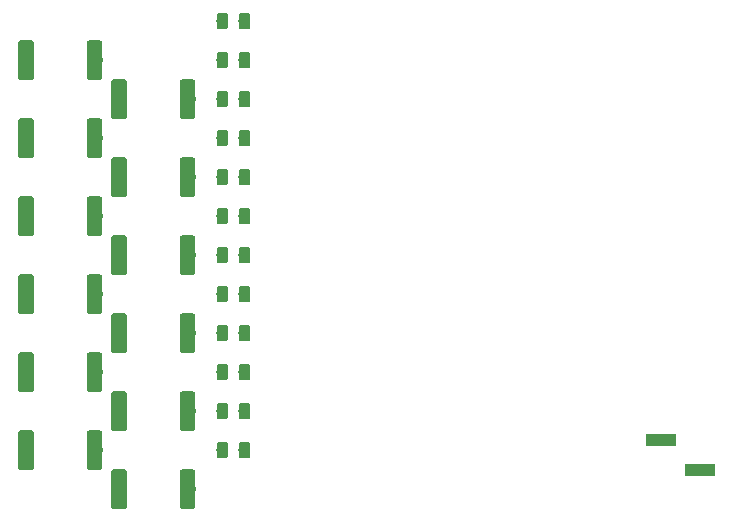
<source format=gbr>
%TF.GenerationSoftware,KiCad,Pcbnew,(5.0.0)*%
%TF.CreationDate,2019-02-15T22:08:27-06:00*%
%TF.ProjectId,BPSVoltage,425053566F6C746167652E6B69636164,rev?*%
%TF.SameCoordinates,Original*%
%TF.FileFunction,Paste,Bot*%
%TF.FilePolarity,Positive*%
%FSLAX46Y46*%
G04 Gerber Fmt 4.6, Leading zero omitted, Abs format (unit mm)*
G04 Created by KiCad (PCBNEW (5.0.0)) date 02/15/19 22:08:27*
%MOMM*%
%LPD*%
G01*
G04 APERTURE LIST*
%ADD10C,0.100000*%
%ADD11C,0.975000*%
%ADD12C,1.350000*%
%ADD13R,2.510000X1.000000*%
G04 APERTURE END LIST*
D10*
G36*
X76213642Y-59753174D02*
X76237303Y-59756684D01*
X76260507Y-59762496D01*
X76283029Y-59770554D01*
X76304653Y-59780782D01*
X76325170Y-59793079D01*
X76344383Y-59807329D01*
X76362107Y-59823393D01*
X76378171Y-59841117D01*
X76392421Y-59860330D01*
X76404718Y-59880847D01*
X76414946Y-59902471D01*
X76423004Y-59924993D01*
X76428816Y-59948197D01*
X76432326Y-59971858D01*
X76433500Y-59995750D01*
X76433500Y-60908250D01*
X76432326Y-60932142D01*
X76428816Y-60955803D01*
X76423004Y-60979007D01*
X76414946Y-61001529D01*
X76404718Y-61023153D01*
X76392421Y-61043670D01*
X76378171Y-61062883D01*
X76362107Y-61080607D01*
X76344383Y-61096671D01*
X76325170Y-61110921D01*
X76304653Y-61123218D01*
X76283029Y-61133446D01*
X76260507Y-61141504D01*
X76237303Y-61147316D01*
X76213642Y-61150826D01*
X76189750Y-61152000D01*
X75702250Y-61152000D01*
X75678358Y-61150826D01*
X75654697Y-61147316D01*
X75631493Y-61141504D01*
X75608971Y-61133446D01*
X75587347Y-61123218D01*
X75566830Y-61110921D01*
X75547617Y-61096671D01*
X75529893Y-61080607D01*
X75513829Y-61062883D01*
X75499579Y-61043670D01*
X75487282Y-61023153D01*
X75477054Y-61001529D01*
X75468996Y-60979007D01*
X75463184Y-60955803D01*
X75459674Y-60932142D01*
X75458500Y-60908250D01*
X75458500Y-59995750D01*
X75459674Y-59971858D01*
X75463184Y-59948197D01*
X75468996Y-59924993D01*
X75477054Y-59902471D01*
X75487282Y-59880847D01*
X75499579Y-59860330D01*
X75513829Y-59841117D01*
X75529893Y-59823393D01*
X75547617Y-59807329D01*
X75566830Y-59793079D01*
X75587347Y-59780782D01*
X75608971Y-59770554D01*
X75631493Y-59762496D01*
X75654697Y-59756684D01*
X75678358Y-59753174D01*
X75702250Y-59752000D01*
X76189750Y-59752000D01*
X76213642Y-59753174D01*
X76213642Y-59753174D01*
G37*
D11*
X75946000Y-60452000D03*
D10*
G36*
X78088642Y-59753174D02*
X78112303Y-59756684D01*
X78135507Y-59762496D01*
X78158029Y-59770554D01*
X78179653Y-59780782D01*
X78200170Y-59793079D01*
X78219383Y-59807329D01*
X78237107Y-59823393D01*
X78253171Y-59841117D01*
X78267421Y-59860330D01*
X78279718Y-59880847D01*
X78289946Y-59902471D01*
X78298004Y-59924993D01*
X78303816Y-59948197D01*
X78307326Y-59971858D01*
X78308500Y-59995750D01*
X78308500Y-60908250D01*
X78307326Y-60932142D01*
X78303816Y-60955803D01*
X78298004Y-60979007D01*
X78289946Y-61001529D01*
X78279718Y-61023153D01*
X78267421Y-61043670D01*
X78253171Y-61062883D01*
X78237107Y-61080607D01*
X78219383Y-61096671D01*
X78200170Y-61110921D01*
X78179653Y-61123218D01*
X78158029Y-61133446D01*
X78135507Y-61141504D01*
X78112303Y-61147316D01*
X78088642Y-61150826D01*
X78064750Y-61152000D01*
X77577250Y-61152000D01*
X77553358Y-61150826D01*
X77529697Y-61147316D01*
X77506493Y-61141504D01*
X77483971Y-61133446D01*
X77462347Y-61123218D01*
X77441830Y-61110921D01*
X77422617Y-61096671D01*
X77404893Y-61080607D01*
X77388829Y-61062883D01*
X77374579Y-61043670D01*
X77362282Y-61023153D01*
X77352054Y-61001529D01*
X77343996Y-60979007D01*
X77338184Y-60955803D01*
X77334674Y-60932142D01*
X77333500Y-60908250D01*
X77333500Y-59995750D01*
X77334674Y-59971858D01*
X77338184Y-59948197D01*
X77343996Y-59924993D01*
X77352054Y-59902471D01*
X77362282Y-59880847D01*
X77374579Y-59860330D01*
X77388829Y-59841117D01*
X77404893Y-59823393D01*
X77422617Y-59807329D01*
X77441830Y-59793079D01*
X77462347Y-59780782D01*
X77483971Y-59770554D01*
X77506493Y-59762496D01*
X77529697Y-59756684D01*
X77553358Y-59753174D01*
X77577250Y-59752000D01*
X78064750Y-59752000D01*
X78088642Y-59753174D01*
X78088642Y-59753174D01*
G37*
D11*
X77821000Y-60452000D03*
D10*
G36*
X78088642Y-63055174D02*
X78112303Y-63058684D01*
X78135507Y-63064496D01*
X78158029Y-63072554D01*
X78179653Y-63082782D01*
X78200170Y-63095079D01*
X78219383Y-63109329D01*
X78237107Y-63125393D01*
X78253171Y-63143117D01*
X78267421Y-63162330D01*
X78279718Y-63182847D01*
X78289946Y-63204471D01*
X78298004Y-63226993D01*
X78303816Y-63250197D01*
X78307326Y-63273858D01*
X78308500Y-63297750D01*
X78308500Y-64210250D01*
X78307326Y-64234142D01*
X78303816Y-64257803D01*
X78298004Y-64281007D01*
X78289946Y-64303529D01*
X78279718Y-64325153D01*
X78267421Y-64345670D01*
X78253171Y-64364883D01*
X78237107Y-64382607D01*
X78219383Y-64398671D01*
X78200170Y-64412921D01*
X78179653Y-64425218D01*
X78158029Y-64435446D01*
X78135507Y-64443504D01*
X78112303Y-64449316D01*
X78088642Y-64452826D01*
X78064750Y-64454000D01*
X77577250Y-64454000D01*
X77553358Y-64452826D01*
X77529697Y-64449316D01*
X77506493Y-64443504D01*
X77483971Y-64435446D01*
X77462347Y-64425218D01*
X77441830Y-64412921D01*
X77422617Y-64398671D01*
X77404893Y-64382607D01*
X77388829Y-64364883D01*
X77374579Y-64345670D01*
X77362282Y-64325153D01*
X77352054Y-64303529D01*
X77343996Y-64281007D01*
X77338184Y-64257803D01*
X77334674Y-64234142D01*
X77333500Y-64210250D01*
X77333500Y-63297750D01*
X77334674Y-63273858D01*
X77338184Y-63250197D01*
X77343996Y-63226993D01*
X77352054Y-63204471D01*
X77362282Y-63182847D01*
X77374579Y-63162330D01*
X77388829Y-63143117D01*
X77404893Y-63125393D01*
X77422617Y-63109329D01*
X77441830Y-63095079D01*
X77462347Y-63082782D01*
X77483971Y-63072554D01*
X77506493Y-63064496D01*
X77529697Y-63058684D01*
X77553358Y-63055174D01*
X77577250Y-63054000D01*
X78064750Y-63054000D01*
X78088642Y-63055174D01*
X78088642Y-63055174D01*
G37*
D11*
X77821000Y-63754000D03*
D10*
G36*
X76213642Y-63055174D02*
X76237303Y-63058684D01*
X76260507Y-63064496D01*
X76283029Y-63072554D01*
X76304653Y-63082782D01*
X76325170Y-63095079D01*
X76344383Y-63109329D01*
X76362107Y-63125393D01*
X76378171Y-63143117D01*
X76392421Y-63162330D01*
X76404718Y-63182847D01*
X76414946Y-63204471D01*
X76423004Y-63226993D01*
X76428816Y-63250197D01*
X76432326Y-63273858D01*
X76433500Y-63297750D01*
X76433500Y-64210250D01*
X76432326Y-64234142D01*
X76428816Y-64257803D01*
X76423004Y-64281007D01*
X76414946Y-64303529D01*
X76404718Y-64325153D01*
X76392421Y-64345670D01*
X76378171Y-64364883D01*
X76362107Y-64382607D01*
X76344383Y-64398671D01*
X76325170Y-64412921D01*
X76304653Y-64425218D01*
X76283029Y-64435446D01*
X76260507Y-64443504D01*
X76237303Y-64449316D01*
X76213642Y-64452826D01*
X76189750Y-64454000D01*
X75702250Y-64454000D01*
X75678358Y-64452826D01*
X75654697Y-64449316D01*
X75631493Y-64443504D01*
X75608971Y-64435446D01*
X75587347Y-64425218D01*
X75566830Y-64412921D01*
X75547617Y-64398671D01*
X75529893Y-64382607D01*
X75513829Y-64364883D01*
X75499579Y-64345670D01*
X75487282Y-64325153D01*
X75477054Y-64303529D01*
X75468996Y-64281007D01*
X75463184Y-64257803D01*
X75459674Y-64234142D01*
X75458500Y-64210250D01*
X75458500Y-63297750D01*
X75459674Y-63273858D01*
X75463184Y-63250197D01*
X75468996Y-63226993D01*
X75477054Y-63204471D01*
X75487282Y-63182847D01*
X75499579Y-63162330D01*
X75513829Y-63143117D01*
X75529893Y-63125393D01*
X75547617Y-63109329D01*
X75566830Y-63095079D01*
X75587347Y-63082782D01*
X75608971Y-63072554D01*
X75631493Y-63064496D01*
X75654697Y-63058684D01*
X75678358Y-63055174D01*
X75702250Y-63054000D01*
X76189750Y-63054000D01*
X76213642Y-63055174D01*
X76213642Y-63055174D01*
G37*
D11*
X75946000Y-63754000D03*
D10*
G36*
X76213642Y-66357174D02*
X76237303Y-66360684D01*
X76260507Y-66366496D01*
X76283029Y-66374554D01*
X76304653Y-66384782D01*
X76325170Y-66397079D01*
X76344383Y-66411329D01*
X76362107Y-66427393D01*
X76378171Y-66445117D01*
X76392421Y-66464330D01*
X76404718Y-66484847D01*
X76414946Y-66506471D01*
X76423004Y-66528993D01*
X76428816Y-66552197D01*
X76432326Y-66575858D01*
X76433500Y-66599750D01*
X76433500Y-67512250D01*
X76432326Y-67536142D01*
X76428816Y-67559803D01*
X76423004Y-67583007D01*
X76414946Y-67605529D01*
X76404718Y-67627153D01*
X76392421Y-67647670D01*
X76378171Y-67666883D01*
X76362107Y-67684607D01*
X76344383Y-67700671D01*
X76325170Y-67714921D01*
X76304653Y-67727218D01*
X76283029Y-67737446D01*
X76260507Y-67745504D01*
X76237303Y-67751316D01*
X76213642Y-67754826D01*
X76189750Y-67756000D01*
X75702250Y-67756000D01*
X75678358Y-67754826D01*
X75654697Y-67751316D01*
X75631493Y-67745504D01*
X75608971Y-67737446D01*
X75587347Y-67727218D01*
X75566830Y-67714921D01*
X75547617Y-67700671D01*
X75529893Y-67684607D01*
X75513829Y-67666883D01*
X75499579Y-67647670D01*
X75487282Y-67627153D01*
X75477054Y-67605529D01*
X75468996Y-67583007D01*
X75463184Y-67559803D01*
X75459674Y-67536142D01*
X75458500Y-67512250D01*
X75458500Y-66599750D01*
X75459674Y-66575858D01*
X75463184Y-66552197D01*
X75468996Y-66528993D01*
X75477054Y-66506471D01*
X75487282Y-66484847D01*
X75499579Y-66464330D01*
X75513829Y-66445117D01*
X75529893Y-66427393D01*
X75547617Y-66411329D01*
X75566830Y-66397079D01*
X75587347Y-66384782D01*
X75608971Y-66374554D01*
X75631493Y-66366496D01*
X75654697Y-66360684D01*
X75678358Y-66357174D01*
X75702250Y-66356000D01*
X76189750Y-66356000D01*
X76213642Y-66357174D01*
X76213642Y-66357174D01*
G37*
D11*
X75946000Y-67056000D03*
D10*
G36*
X78088642Y-66357174D02*
X78112303Y-66360684D01*
X78135507Y-66366496D01*
X78158029Y-66374554D01*
X78179653Y-66384782D01*
X78200170Y-66397079D01*
X78219383Y-66411329D01*
X78237107Y-66427393D01*
X78253171Y-66445117D01*
X78267421Y-66464330D01*
X78279718Y-66484847D01*
X78289946Y-66506471D01*
X78298004Y-66528993D01*
X78303816Y-66552197D01*
X78307326Y-66575858D01*
X78308500Y-66599750D01*
X78308500Y-67512250D01*
X78307326Y-67536142D01*
X78303816Y-67559803D01*
X78298004Y-67583007D01*
X78289946Y-67605529D01*
X78279718Y-67627153D01*
X78267421Y-67647670D01*
X78253171Y-67666883D01*
X78237107Y-67684607D01*
X78219383Y-67700671D01*
X78200170Y-67714921D01*
X78179653Y-67727218D01*
X78158029Y-67737446D01*
X78135507Y-67745504D01*
X78112303Y-67751316D01*
X78088642Y-67754826D01*
X78064750Y-67756000D01*
X77577250Y-67756000D01*
X77553358Y-67754826D01*
X77529697Y-67751316D01*
X77506493Y-67745504D01*
X77483971Y-67737446D01*
X77462347Y-67727218D01*
X77441830Y-67714921D01*
X77422617Y-67700671D01*
X77404893Y-67684607D01*
X77388829Y-67666883D01*
X77374579Y-67647670D01*
X77362282Y-67627153D01*
X77352054Y-67605529D01*
X77343996Y-67583007D01*
X77338184Y-67559803D01*
X77334674Y-67536142D01*
X77333500Y-67512250D01*
X77333500Y-66599750D01*
X77334674Y-66575858D01*
X77338184Y-66552197D01*
X77343996Y-66528993D01*
X77352054Y-66506471D01*
X77362282Y-66484847D01*
X77374579Y-66464330D01*
X77388829Y-66445117D01*
X77404893Y-66427393D01*
X77422617Y-66411329D01*
X77441830Y-66397079D01*
X77462347Y-66384782D01*
X77483971Y-66374554D01*
X77506493Y-66366496D01*
X77529697Y-66360684D01*
X77553358Y-66357174D01*
X77577250Y-66356000D01*
X78064750Y-66356000D01*
X78088642Y-66357174D01*
X78088642Y-66357174D01*
G37*
D11*
X77821000Y-67056000D03*
D10*
G36*
X76213642Y-69659174D02*
X76237303Y-69662684D01*
X76260507Y-69668496D01*
X76283029Y-69676554D01*
X76304653Y-69686782D01*
X76325170Y-69699079D01*
X76344383Y-69713329D01*
X76362107Y-69729393D01*
X76378171Y-69747117D01*
X76392421Y-69766330D01*
X76404718Y-69786847D01*
X76414946Y-69808471D01*
X76423004Y-69830993D01*
X76428816Y-69854197D01*
X76432326Y-69877858D01*
X76433500Y-69901750D01*
X76433500Y-70814250D01*
X76432326Y-70838142D01*
X76428816Y-70861803D01*
X76423004Y-70885007D01*
X76414946Y-70907529D01*
X76404718Y-70929153D01*
X76392421Y-70949670D01*
X76378171Y-70968883D01*
X76362107Y-70986607D01*
X76344383Y-71002671D01*
X76325170Y-71016921D01*
X76304653Y-71029218D01*
X76283029Y-71039446D01*
X76260507Y-71047504D01*
X76237303Y-71053316D01*
X76213642Y-71056826D01*
X76189750Y-71058000D01*
X75702250Y-71058000D01*
X75678358Y-71056826D01*
X75654697Y-71053316D01*
X75631493Y-71047504D01*
X75608971Y-71039446D01*
X75587347Y-71029218D01*
X75566830Y-71016921D01*
X75547617Y-71002671D01*
X75529893Y-70986607D01*
X75513829Y-70968883D01*
X75499579Y-70949670D01*
X75487282Y-70929153D01*
X75477054Y-70907529D01*
X75468996Y-70885007D01*
X75463184Y-70861803D01*
X75459674Y-70838142D01*
X75458500Y-70814250D01*
X75458500Y-69901750D01*
X75459674Y-69877858D01*
X75463184Y-69854197D01*
X75468996Y-69830993D01*
X75477054Y-69808471D01*
X75487282Y-69786847D01*
X75499579Y-69766330D01*
X75513829Y-69747117D01*
X75529893Y-69729393D01*
X75547617Y-69713329D01*
X75566830Y-69699079D01*
X75587347Y-69686782D01*
X75608971Y-69676554D01*
X75631493Y-69668496D01*
X75654697Y-69662684D01*
X75678358Y-69659174D01*
X75702250Y-69658000D01*
X76189750Y-69658000D01*
X76213642Y-69659174D01*
X76213642Y-69659174D01*
G37*
D11*
X75946000Y-70358000D03*
D10*
G36*
X78088642Y-69659174D02*
X78112303Y-69662684D01*
X78135507Y-69668496D01*
X78158029Y-69676554D01*
X78179653Y-69686782D01*
X78200170Y-69699079D01*
X78219383Y-69713329D01*
X78237107Y-69729393D01*
X78253171Y-69747117D01*
X78267421Y-69766330D01*
X78279718Y-69786847D01*
X78289946Y-69808471D01*
X78298004Y-69830993D01*
X78303816Y-69854197D01*
X78307326Y-69877858D01*
X78308500Y-69901750D01*
X78308500Y-70814250D01*
X78307326Y-70838142D01*
X78303816Y-70861803D01*
X78298004Y-70885007D01*
X78289946Y-70907529D01*
X78279718Y-70929153D01*
X78267421Y-70949670D01*
X78253171Y-70968883D01*
X78237107Y-70986607D01*
X78219383Y-71002671D01*
X78200170Y-71016921D01*
X78179653Y-71029218D01*
X78158029Y-71039446D01*
X78135507Y-71047504D01*
X78112303Y-71053316D01*
X78088642Y-71056826D01*
X78064750Y-71058000D01*
X77577250Y-71058000D01*
X77553358Y-71056826D01*
X77529697Y-71053316D01*
X77506493Y-71047504D01*
X77483971Y-71039446D01*
X77462347Y-71029218D01*
X77441830Y-71016921D01*
X77422617Y-71002671D01*
X77404893Y-70986607D01*
X77388829Y-70968883D01*
X77374579Y-70949670D01*
X77362282Y-70929153D01*
X77352054Y-70907529D01*
X77343996Y-70885007D01*
X77338184Y-70861803D01*
X77334674Y-70838142D01*
X77333500Y-70814250D01*
X77333500Y-69901750D01*
X77334674Y-69877858D01*
X77338184Y-69854197D01*
X77343996Y-69830993D01*
X77352054Y-69808471D01*
X77362282Y-69786847D01*
X77374579Y-69766330D01*
X77388829Y-69747117D01*
X77404893Y-69729393D01*
X77422617Y-69713329D01*
X77441830Y-69699079D01*
X77462347Y-69686782D01*
X77483971Y-69676554D01*
X77506493Y-69668496D01*
X77529697Y-69662684D01*
X77553358Y-69659174D01*
X77577250Y-69658000D01*
X78064750Y-69658000D01*
X78088642Y-69659174D01*
X78088642Y-69659174D01*
G37*
D11*
X77821000Y-70358000D03*
D10*
G36*
X78088642Y-72961174D02*
X78112303Y-72964684D01*
X78135507Y-72970496D01*
X78158029Y-72978554D01*
X78179653Y-72988782D01*
X78200170Y-73001079D01*
X78219383Y-73015329D01*
X78237107Y-73031393D01*
X78253171Y-73049117D01*
X78267421Y-73068330D01*
X78279718Y-73088847D01*
X78289946Y-73110471D01*
X78298004Y-73132993D01*
X78303816Y-73156197D01*
X78307326Y-73179858D01*
X78308500Y-73203750D01*
X78308500Y-74116250D01*
X78307326Y-74140142D01*
X78303816Y-74163803D01*
X78298004Y-74187007D01*
X78289946Y-74209529D01*
X78279718Y-74231153D01*
X78267421Y-74251670D01*
X78253171Y-74270883D01*
X78237107Y-74288607D01*
X78219383Y-74304671D01*
X78200170Y-74318921D01*
X78179653Y-74331218D01*
X78158029Y-74341446D01*
X78135507Y-74349504D01*
X78112303Y-74355316D01*
X78088642Y-74358826D01*
X78064750Y-74360000D01*
X77577250Y-74360000D01*
X77553358Y-74358826D01*
X77529697Y-74355316D01*
X77506493Y-74349504D01*
X77483971Y-74341446D01*
X77462347Y-74331218D01*
X77441830Y-74318921D01*
X77422617Y-74304671D01*
X77404893Y-74288607D01*
X77388829Y-74270883D01*
X77374579Y-74251670D01*
X77362282Y-74231153D01*
X77352054Y-74209529D01*
X77343996Y-74187007D01*
X77338184Y-74163803D01*
X77334674Y-74140142D01*
X77333500Y-74116250D01*
X77333500Y-73203750D01*
X77334674Y-73179858D01*
X77338184Y-73156197D01*
X77343996Y-73132993D01*
X77352054Y-73110471D01*
X77362282Y-73088847D01*
X77374579Y-73068330D01*
X77388829Y-73049117D01*
X77404893Y-73031393D01*
X77422617Y-73015329D01*
X77441830Y-73001079D01*
X77462347Y-72988782D01*
X77483971Y-72978554D01*
X77506493Y-72970496D01*
X77529697Y-72964684D01*
X77553358Y-72961174D01*
X77577250Y-72960000D01*
X78064750Y-72960000D01*
X78088642Y-72961174D01*
X78088642Y-72961174D01*
G37*
D11*
X77821000Y-73660000D03*
D10*
G36*
X76213642Y-72961174D02*
X76237303Y-72964684D01*
X76260507Y-72970496D01*
X76283029Y-72978554D01*
X76304653Y-72988782D01*
X76325170Y-73001079D01*
X76344383Y-73015329D01*
X76362107Y-73031393D01*
X76378171Y-73049117D01*
X76392421Y-73068330D01*
X76404718Y-73088847D01*
X76414946Y-73110471D01*
X76423004Y-73132993D01*
X76428816Y-73156197D01*
X76432326Y-73179858D01*
X76433500Y-73203750D01*
X76433500Y-74116250D01*
X76432326Y-74140142D01*
X76428816Y-74163803D01*
X76423004Y-74187007D01*
X76414946Y-74209529D01*
X76404718Y-74231153D01*
X76392421Y-74251670D01*
X76378171Y-74270883D01*
X76362107Y-74288607D01*
X76344383Y-74304671D01*
X76325170Y-74318921D01*
X76304653Y-74331218D01*
X76283029Y-74341446D01*
X76260507Y-74349504D01*
X76237303Y-74355316D01*
X76213642Y-74358826D01*
X76189750Y-74360000D01*
X75702250Y-74360000D01*
X75678358Y-74358826D01*
X75654697Y-74355316D01*
X75631493Y-74349504D01*
X75608971Y-74341446D01*
X75587347Y-74331218D01*
X75566830Y-74318921D01*
X75547617Y-74304671D01*
X75529893Y-74288607D01*
X75513829Y-74270883D01*
X75499579Y-74251670D01*
X75487282Y-74231153D01*
X75477054Y-74209529D01*
X75468996Y-74187007D01*
X75463184Y-74163803D01*
X75459674Y-74140142D01*
X75458500Y-74116250D01*
X75458500Y-73203750D01*
X75459674Y-73179858D01*
X75463184Y-73156197D01*
X75468996Y-73132993D01*
X75477054Y-73110471D01*
X75487282Y-73088847D01*
X75499579Y-73068330D01*
X75513829Y-73049117D01*
X75529893Y-73031393D01*
X75547617Y-73015329D01*
X75566830Y-73001079D01*
X75587347Y-72988782D01*
X75608971Y-72978554D01*
X75631493Y-72970496D01*
X75654697Y-72964684D01*
X75678358Y-72961174D01*
X75702250Y-72960000D01*
X76189750Y-72960000D01*
X76213642Y-72961174D01*
X76213642Y-72961174D01*
G37*
D11*
X75946000Y-73660000D03*
D10*
G36*
X76213642Y-76263174D02*
X76237303Y-76266684D01*
X76260507Y-76272496D01*
X76283029Y-76280554D01*
X76304653Y-76290782D01*
X76325170Y-76303079D01*
X76344383Y-76317329D01*
X76362107Y-76333393D01*
X76378171Y-76351117D01*
X76392421Y-76370330D01*
X76404718Y-76390847D01*
X76414946Y-76412471D01*
X76423004Y-76434993D01*
X76428816Y-76458197D01*
X76432326Y-76481858D01*
X76433500Y-76505750D01*
X76433500Y-77418250D01*
X76432326Y-77442142D01*
X76428816Y-77465803D01*
X76423004Y-77489007D01*
X76414946Y-77511529D01*
X76404718Y-77533153D01*
X76392421Y-77553670D01*
X76378171Y-77572883D01*
X76362107Y-77590607D01*
X76344383Y-77606671D01*
X76325170Y-77620921D01*
X76304653Y-77633218D01*
X76283029Y-77643446D01*
X76260507Y-77651504D01*
X76237303Y-77657316D01*
X76213642Y-77660826D01*
X76189750Y-77662000D01*
X75702250Y-77662000D01*
X75678358Y-77660826D01*
X75654697Y-77657316D01*
X75631493Y-77651504D01*
X75608971Y-77643446D01*
X75587347Y-77633218D01*
X75566830Y-77620921D01*
X75547617Y-77606671D01*
X75529893Y-77590607D01*
X75513829Y-77572883D01*
X75499579Y-77553670D01*
X75487282Y-77533153D01*
X75477054Y-77511529D01*
X75468996Y-77489007D01*
X75463184Y-77465803D01*
X75459674Y-77442142D01*
X75458500Y-77418250D01*
X75458500Y-76505750D01*
X75459674Y-76481858D01*
X75463184Y-76458197D01*
X75468996Y-76434993D01*
X75477054Y-76412471D01*
X75487282Y-76390847D01*
X75499579Y-76370330D01*
X75513829Y-76351117D01*
X75529893Y-76333393D01*
X75547617Y-76317329D01*
X75566830Y-76303079D01*
X75587347Y-76290782D01*
X75608971Y-76280554D01*
X75631493Y-76272496D01*
X75654697Y-76266684D01*
X75678358Y-76263174D01*
X75702250Y-76262000D01*
X76189750Y-76262000D01*
X76213642Y-76263174D01*
X76213642Y-76263174D01*
G37*
D11*
X75946000Y-76962000D03*
D10*
G36*
X78088642Y-76263174D02*
X78112303Y-76266684D01*
X78135507Y-76272496D01*
X78158029Y-76280554D01*
X78179653Y-76290782D01*
X78200170Y-76303079D01*
X78219383Y-76317329D01*
X78237107Y-76333393D01*
X78253171Y-76351117D01*
X78267421Y-76370330D01*
X78279718Y-76390847D01*
X78289946Y-76412471D01*
X78298004Y-76434993D01*
X78303816Y-76458197D01*
X78307326Y-76481858D01*
X78308500Y-76505750D01*
X78308500Y-77418250D01*
X78307326Y-77442142D01*
X78303816Y-77465803D01*
X78298004Y-77489007D01*
X78289946Y-77511529D01*
X78279718Y-77533153D01*
X78267421Y-77553670D01*
X78253171Y-77572883D01*
X78237107Y-77590607D01*
X78219383Y-77606671D01*
X78200170Y-77620921D01*
X78179653Y-77633218D01*
X78158029Y-77643446D01*
X78135507Y-77651504D01*
X78112303Y-77657316D01*
X78088642Y-77660826D01*
X78064750Y-77662000D01*
X77577250Y-77662000D01*
X77553358Y-77660826D01*
X77529697Y-77657316D01*
X77506493Y-77651504D01*
X77483971Y-77643446D01*
X77462347Y-77633218D01*
X77441830Y-77620921D01*
X77422617Y-77606671D01*
X77404893Y-77590607D01*
X77388829Y-77572883D01*
X77374579Y-77553670D01*
X77362282Y-77533153D01*
X77352054Y-77511529D01*
X77343996Y-77489007D01*
X77338184Y-77465803D01*
X77334674Y-77442142D01*
X77333500Y-77418250D01*
X77333500Y-76505750D01*
X77334674Y-76481858D01*
X77338184Y-76458197D01*
X77343996Y-76434993D01*
X77352054Y-76412471D01*
X77362282Y-76390847D01*
X77374579Y-76370330D01*
X77388829Y-76351117D01*
X77404893Y-76333393D01*
X77422617Y-76317329D01*
X77441830Y-76303079D01*
X77462347Y-76290782D01*
X77483971Y-76280554D01*
X77506493Y-76272496D01*
X77529697Y-76266684D01*
X77553358Y-76263174D01*
X77577250Y-76262000D01*
X78064750Y-76262000D01*
X78088642Y-76263174D01*
X78088642Y-76263174D01*
G37*
D11*
X77821000Y-76962000D03*
D10*
G36*
X76213642Y-79565174D02*
X76237303Y-79568684D01*
X76260507Y-79574496D01*
X76283029Y-79582554D01*
X76304653Y-79592782D01*
X76325170Y-79605079D01*
X76344383Y-79619329D01*
X76362107Y-79635393D01*
X76378171Y-79653117D01*
X76392421Y-79672330D01*
X76404718Y-79692847D01*
X76414946Y-79714471D01*
X76423004Y-79736993D01*
X76428816Y-79760197D01*
X76432326Y-79783858D01*
X76433500Y-79807750D01*
X76433500Y-80720250D01*
X76432326Y-80744142D01*
X76428816Y-80767803D01*
X76423004Y-80791007D01*
X76414946Y-80813529D01*
X76404718Y-80835153D01*
X76392421Y-80855670D01*
X76378171Y-80874883D01*
X76362107Y-80892607D01*
X76344383Y-80908671D01*
X76325170Y-80922921D01*
X76304653Y-80935218D01*
X76283029Y-80945446D01*
X76260507Y-80953504D01*
X76237303Y-80959316D01*
X76213642Y-80962826D01*
X76189750Y-80964000D01*
X75702250Y-80964000D01*
X75678358Y-80962826D01*
X75654697Y-80959316D01*
X75631493Y-80953504D01*
X75608971Y-80945446D01*
X75587347Y-80935218D01*
X75566830Y-80922921D01*
X75547617Y-80908671D01*
X75529893Y-80892607D01*
X75513829Y-80874883D01*
X75499579Y-80855670D01*
X75487282Y-80835153D01*
X75477054Y-80813529D01*
X75468996Y-80791007D01*
X75463184Y-80767803D01*
X75459674Y-80744142D01*
X75458500Y-80720250D01*
X75458500Y-79807750D01*
X75459674Y-79783858D01*
X75463184Y-79760197D01*
X75468996Y-79736993D01*
X75477054Y-79714471D01*
X75487282Y-79692847D01*
X75499579Y-79672330D01*
X75513829Y-79653117D01*
X75529893Y-79635393D01*
X75547617Y-79619329D01*
X75566830Y-79605079D01*
X75587347Y-79592782D01*
X75608971Y-79582554D01*
X75631493Y-79574496D01*
X75654697Y-79568684D01*
X75678358Y-79565174D01*
X75702250Y-79564000D01*
X76189750Y-79564000D01*
X76213642Y-79565174D01*
X76213642Y-79565174D01*
G37*
D11*
X75946000Y-80264000D03*
D10*
G36*
X78088642Y-79565174D02*
X78112303Y-79568684D01*
X78135507Y-79574496D01*
X78158029Y-79582554D01*
X78179653Y-79592782D01*
X78200170Y-79605079D01*
X78219383Y-79619329D01*
X78237107Y-79635393D01*
X78253171Y-79653117D01*
X78267421Y-79672330D01*
X78279718Y-79692847D01*
X78289946Y-79714471D01*
X78298004Y-79736993D01*
X78303816Y-79760197D01*
X78307326Y-79783858D01*
X78308500Y-79807750D01*
X78308500Y-80720250D01*
X78307326Y-80744142D01*
X78303816Y-80767803D01*
X78298004Y-80791007D01*
X78289946Y-80813529D01*
X78279718Y-80835153D01*
X78267421Y-80855670D01*
X78253171Y-80874883D01*
X78237107Y-80892607D01*
X78219383Y-80908671D01*
X78200170Y-80922921D01*
X78179653Y-80935218D01*
X78158029Y-80945446D01*
X78135507Y-80953504D01*
X78112303Y-80959316D01*
X78088642Y-80962826D01*
X78064750Y-80964000D01*
X77577250Y-80964000D01*
X77553358Y-80962826D01*
X77529697Y-80959316D01*
X77506493Y-80953504D01*
X77483971Y-80945446D01*
X77462347Y-80935218D01*
X77441830Y-80922921D01*
X77422617Y-80908671D01*
X77404893Y-80892607D01*
X77388829Y-80874883D01*
X77374579Y-80855670D01*
X77362282Y-80835153D01*
X77352054Y-80813529D01*
X77343996Y-80791007D01*
X77338184Y-80767803D01*
X77334674Y-80744142D01*
X77333500Y-80720250D01*
X77333500Y-79807750D01*
X77334674Y-79783858D01*
X77338184Y-79760197D01*
X77343996Y-79736993D01*
X77352054Y-79714471D01*
X77362282Y-79692847D01*
X77374579Y-79672330D01*
X77388829Y-79653117D01*
X77404893Y-79635393D01*
X77422617Y-79619329D01*
X77441830Y-79605079D01*
X77462347Y-79592782D01*
X77483971Y-79582554D01*
X77506493Y-79574496D01*
X77529697Y-79568684D01*
X77553358Y-79565174D01*
X77577250Y-79564000D01*
X78064750Y-79564000D01*
X78088642Y-79565174D01*
X78088642Y-79565174D01*
G37*
D11*
X77821000Y-80264000D03*
D10*
G36*
X78088642Y-82867174D02*
X78112303Y-82870684D01*
X78135507Y-82876496D01*
X78158029Y-82884554D01*
X78179653Y-82894782D01*
X78200170Y-82907079D01*
X78219383Y-82921329D01*
X78237107Y-82937393D01*
X78253171Y-82955117D01*
X78267421Y-82974330D01*
X78279718Y-82994847D01*
X78289946Y-83016471D01*
X78298004Y-83038993D01*
X78303816Y-83062197D01*
X78307326Y-83085858D01*
X78308500Y-83109750D01*
X78308500Y-84022250D01*
X78307326Y-84046142D01*
X78303816Y-84069803D01*
X78298004Y-84093007D01*
X78289946Y-84115529D01*
X78279718Y-84137153D01*
X78267421Y-84157670D01*
X78253171Y-84176883D01*
X78237107Y-84194607D01*
X78219383Y-84210671D01*
X78200170Y-84224921D01*
X78179653Y-84237218D01*
X78158029Y-84247446D01*
X78135507Y-84255504D01*
X78112303Y-84261316D01*
X78088642Y-84264826D01*
X78064750Y-84266000D01*
X77577250Y-84266000D01*
X77553358Y-84264826D01*
X77529697Y-84261316D01*
X77506493Y-84255504D01*
X77483971Y-84247446D01*
X77462347Y-84237218D01*
X77441830Y-84224921D01*
X77422617Y-84210671D01*
X77404893Y-84194607D01*
X77388829Y-84176883D01*
X77374579Y-84157670D01*
X77362282Y-84137153D01*
X77352054Y-84115529D01*
X77343996Y-84093007D01*
X77338184Y-84069803D01*
X77334674Y-84046142D01*
X77333500Y-84022250D01*
X77333500Y-83109750D01*
X77334674Y-83085858D01*
X77338184Y-83062197D01*
X77343996Y-83038993D01*
X77352054Y-83016471D01*
X77362282Y-82994847D01*
X77374579Y-82974330D01*
X77388829Y-82955117D01*
X77404893Y-82937393D01*
X77422617Y-82921329D01*
X77441830Y-82907079D01*
X77462347Y-82894782D01*
X77483971Y-82884554D01*
X77506493Y-82876496D01*
X77529697Y-82870684D01*
X77553358Y-82867174D01*
X77577250Y-82866000D01*
X78064750Y-82866000D01*
X78088642Y-82867174D01*
X78088642Y-82867174D01*
G37*
D11*
X77821000Y-83566000D03*
D10*
G36*
X76213642Y-82867174D02*
X76237303Y-82870684D01*
X76260507Y-82876496D01*
X76283029Y-82884554D01*
X76304653Y-82894782D01*
X76325170Y-82907079D01*
X76344383Y-82921329D01*
X76362107Y-82937393D01*
X76378171Y-82955117D01*
X76392421Y-82974330D01*
X76404718Y-82994847D01*
X76414946Y-83016471D01*
X76423004Y-83038993D01*
X76428816Y-83062197D01*
X76432326Y-83085858D01*
X76433500Y-83109750D01*
X76433500Y-84022250D01*
X76432326Y-84046142D01*
X76428816Y-84069803D01*
X76423004Y-84093007D01*
X76414946Y-84115529D01*
X76404718Y-84137153D01*
X76392421Y-84157670D01*
X76378171Y-84176883D01*
X76362107Y-84194607D01*
X76344383Y-84210671D01*
X76325170Y-84224921D01*
X76304653Y-84237218D01*
X76283029Y-84247446D01*
X76260507Y-84255504D01*
X76237303Y-84261316D01*
X76213642Y-84264826D01*
X76189750Y-84266000D01*
X75702250Y-84266000D01*
X75678358Y-84264826D01*
X75654697Y-84261316D01*
X75631493Y-84255504D01*
X75608971Y-84247446D01*
X75587347Y-84237218D01*
X75566830Y-84224921D01*
X75547617Y-84210671D01*
X75529893Y-84194607D01*
X75513829Y-84176883D01*
X75499579Y-84157670D01*
X75487282Y-84137153D01*
X75477054Y-84115529D01*
X75468996Y-84093007D01*
X75463184Y-84069803D01*
X75459674Y-84046142D01*
X75458500Y-84022250D01*
X75458500Y-83109750D01*
X75459674Y-83085858D01*
X75463184Y-83062197D01*
X75468996Y-83038993D01*
X75477054Y-83016471D01*
X75487282Y-82994847D01*
X75499579Y-82974330D01*
X75513829Y-82955117D01*
X75529893Y-82937393D01*
X75547617Y-82921329D01*
X75566830Y-82907079D01*
X75587347Y-82894782D01*
X75608971Y-82884554D01*
X75631493Y-82876496D01*
X75654697Y-82870684D01*
X75678358Y-82867174D01*
X75702250Y-82866000D01*
X76189750Y-82866000D01*
X76213642Y-82867174D01*
X76213642Y-82867174D01*
G37*
D11*
X75946000Y-83566000D03*
D10*
G36*
X78088642Y-86169174D02*
X78112303Y-86172684D01*
X78135507Y-86178496D01*
X78158029Y-86186554D01*
X78179653Y-86196782D01*
X78200170Y-86209079D01*
X78219383Y-86223329D01*
X78237107Y-86239393D01*
X78253171Y-86257117D01*
X78267421Y-86276330D01*
X78279718Y-86296847D01*
X78289946Y-86318471D01*
X78298004Y-86340993D01*
X78303816Y-86364197D01*
X78307326Y-86387858D01*
X78308500Y-86411750D01*
X78308500Y-87324250D01*
X78307326Y-87348142D01*
X78303816Y-87371803D01*
X78298004Y-87395007D01*
X78289946Y-87417529D01*
X78279718Y-87439153D01*
X78267421Y-87459670D01*
X78253171Y-87478883D01*
X78237107Y-87496607D01*
X78219383Y-87512671D01*
X78200170Y-87526921D01*
X78179653Y-87539218D01*
X78158029Y-87549446D01*
X78135507Y-87557504D01*
X78112303Y-87563316D01*
X78088642Y-87566826D01*
X78064750Y-87568000D01*
X77577250Y-87568000D01*
X77553358Y-87566826D01*
X77529697Y-87563316D01*
X77506493Y-87557504D01*
X77483971Y-87549446D01*
X77462347Y-87539218D01*
X77441830Y-87526921D01*
X77422617Y-87512671D01*
X77404893Y-87496607D01*
X77388829Y-87478883D01*
X77374579Y-87459670D01*
X77362282Y-87439153D01*
X77352054Y-87417529D01*
X77343996Y-87395007D01*
X77338184Y-87371803D01*
X77334674Y-87348142D01*
X77333500Y-87324250D01*
X77333500Y-86411750D01*
X77334674Y-86387858D01*
X77338184Y-86364197D01*
X77343996Y-86340993D01*
X77352054Y-86318471D01*
X77362282Y-86296847D01*
X77374579Y-86276330D01*
X77388829Y-86257117D01*
X77404893Y-86239393D01*
X77422617Y-86223329D01*
X77441830Y-86209079D01*
X77462347Y-86196782D01*
X77483971Y-86186554D01*
X77506493Y-86178496D01*
X77529697Y-86172684D01*
X77553358Y-86169174D01*
X77577250Y-86168000D01*
X78064750Y-86168000D01*
X78088642Y-86169174D01*
X78088642Y-86169174D01*
G37*
D11*
X77821000Y-86868000D03*
D10*
G36*
X76213642Y-86169174D02*
X76237303Y-86172684D01*
X76260507Y-86178496D01*
X76283029Y-86186554D01*
X76304653Y-86196782D01*
X76325170Y-86209079D01*
X76344383Y-86223329D01*
X76362107Y-86239393D01*
X76378171Y-86257117D01*
X76392421Y-86276330D01*
X76404718Y-86296847D01*
X76414946Y-86318471D01*
X76423004Y-86340993D01*
X76428816Y-86364197D01*
X76432326Y-86387858D01*
X76433500Y-86411750D01*
X76433500Y-87324250D01*
X76432326Y-87348142D01*
X76428816Y-87371803D01*
X76423004Y-87395007D01*
X76414946Y-87417529D01*
X76404718Y-87439153D01*
X76392421Y-87459670D01*
X76378171Y-87478883D01*
X76362107Y-87496607D01*
X76344383Y-87512671D01*
X76325170Y-87526921D01*
X76304653Y-87539218D01*
X76283029Y-87549446D01*
X76260507Y-87557504D01*
X76237303Y-87563316D01*
X76213642Y-87566826D01*
X76189750Y-87568000D01*
X75702250Y-87568000D01*
X75678358Y-87566826D01*
X75654697Y-87563316D01*
X75631493Y-87557504D01*
X75608971Y-87549446D01*
X75587347Y-87539218D01*
X75566830Y-87526921D01*
X75547617Y-87512671D01*
X75529893Y-87496607D01*
X75513829Y-87478883D01*
X75499579Y-87459670D01*
X75487282Y-87439153D01*
X75477054Y-87417529D01*
X75468996Y-87395007D01*
X75463184Y-87371803D01*
X75459674Y-87348142D01*
X75458500Y-87324250D01*
X75458500Y-86411750D01*
X75459674Y-86387858D01*
X75463184Y-86364197D01*
X75468996Y-86340993D01*
X75477054Y-86318471D01*
X75487282Y-86296847D01*
X75499579Y-86276330D01*
X75513829Y-86257117D01*
X75529893Y-86239393D01*
X75547617Y-86223329D01*
X75566830Y-86209079D01*
X75587347Y-86196782D01*
X75608971Y-86186554D01*
X75631493Y-86178496D01*
X75654697Y-86172684D01*
X75678358Y-86169174D01*
X75702250Y-86168000D01*
X76189750Y-86168000D01*
X76213642Y-86169174D01*
X76213642Y-86169174D01*
G37*
D11*
X75946000Y-86868000D03*
D10*
G36*
X78088642Y-89471174D02*
X78112303Y-89474684D01*
X78135507Y-89480496D01*
X78158029Y-89488554D01*
X78179653Y-89498782D01*
X78200170Y-89511079D01*
X78219383Y-89525329D01*
X78237107Y-89541393D01*
X78253171Y-89559117D01*
X78267421Y-89578330D01*
X78279718Y-89598847D01*
X78289946Y-89620471D01*
X78298004Y-89642993D01*
X78303816Y-89666197D01*
X78307326Y-89689858D01*
X78308500Y-89713750D01*
X78308500Y-90626250D01*
X78307326Y-90650142D01*
X78303816Y-90673803D01*
X78298004Y-90697007D01*
X78289946Y-90719529D01*
X78279718Y-90741153D01*
X78267421Y-90761670D01*
X78253171Y-90780883D01*
X78237107Y-90798607D01*
X78219383Y-90814671D01*
X78200170Y-90828921D01*
X78179653Y-90841218D01*
X78158029Y-90851446D01*
X78135507Y-90859504D01*
X78112303Y-90865316D01*
X78088642Y-90868826D01*
X78064750Y-90870000D01*
X77577250Y-90870000D01*
X77553358Y-90868826D01*
X77529697Y-90865316D01*
X77506493Y-90859504D01*
X77483971Y-90851446D01*
X77462347Y-90841218D01*
X77441830Y-90828921D01*
X77422617Y-90814671D01*
X77404893Y-90798607D01*
X77388829Y-90780883D01*
X77374579Y-90761670D01*
X77362282Y-90741153D01*
X77352054Y-90719529D01*
X77343996Y-90697007D01*
X77338184Y-90673803D01*
X77334674Y-90650142D01*
X77333500Y-90626250D01*
X77333500Y-89713750D01*
X77334674Y-89689858D01*
X77338184Y-89666197D01*
X77343996Y-89642993D01*
X77352054Y-89620471D01*
X77362282Y-89598847D01*
X77374579Y-89578330D01*
X77388829Y-89559117D01*
X77404893Y-89541393D01*
X77422617Y-89525329D01*
X77441830Y-89511079D01*
X77462347Y-89498782D01*
X77483971Y-89488554D01*
X77506493Y-89480496D01*
X77529697Y-89474684D01*
X77553358Y-89471174D01*
X77577250Y-89470000D01*
X78064750Y-89470000D01*
X78088642Y-89471174D01*
X78088642Y-89471174D01*
G37*
D11*
X77821000Y-90170000D03*
D10*
G36*
X76213642Y-89471174D02*
X76237303Y-89474684D01*
X76260507Y-89480496D01*
X76283029Y-89488554D01*
X76304653Y-89498782D01*
X76325170Y-89511079D01*
X76344383Y-89525329D01*
X76362107Y-89541393D01*
X76378171Y-89559117D01*
X76392421Y-89578330D01*
X76404718Y-89598847D01*
X76414946Y-89620471D01*
X76423004Y-89642993D01*
X76428816Y-89666197D01*
X76432326Y-89689858D01*
X76433500Y-89713750D01*
X76433500Y-90626250D01*
X76432326Y-90650142D01*
X76428816Y-90673803D01*
X76423004Y-90697007D01*
X76414946Y-90719529D01*
X76404718Y-90741153D01*
X76392421Y-90761670D01*
X76378171Y-90780883D01*
X76362107Y-90798607D01*
X76344383Y-90814671D01*
X76325170Y-90828921D01*
X76304653Y-90841218D01*
X76283029Y-90851446D01*
X76260507Y-90859504D01*
X76237303Y-90865316D01*
X76213642Y-90868826D01*
X76189750Y-90870000D01*
X75702250Y-90870000D01*
X75678358Y-90868826D01*
X75654697Y-90865316D01*
X75631493Y-90859504D01*
X75608971Y-90851446D01*
X75587347Y-90841218D01*
X75566830Y-90828921D01*
X75547617Y-90814671D01*
X75529893Y-90798607D01*
X75513829Y-90780883D01*
X75499579Y-90761670D01*
X75487282Y-90741153D01*
X75477054Y-90719529D01*
X75468996Y-90697007D01*
X75463184Y-90673803D01*
X75459674Y-90650142D01*
X75458500Y-90626250D01*
X75458500Y-89713750D01*
X75459674Y-89689858D01*
X75463184Y-89666197D01*
X75468996Y-89642993D01*
X75477054Y-89620471D01*
X75487282Y-89598847D01*
X75499579Y-89578330D01*
X75513829Y-89559117D01*
X75529893Y-89541393D01*
X75547617Y-89525329D01*
X75566830Y-89511079D01*
X75587347Y-89498782D01*
X75608971Y-89488554D01*
X75631493Y-89480496D01*
X75654697Y-89474684D01*
X75678358Y-89471174D01*
X75702250Y-89470000D01*
X76189750Y-89470000D01*
X76213642Y-89471174D01*
X76213642Y-89471174D01*
G37*
D11*
X75946000Y-90170000D03*
D10*
G36*
X76213642Y-92773174D02*
X76237303Y-92776684D01*
X76260507Y-92782496D01*
X76283029Y-92790554D01*
X76304653Y-92800782D01*
X76325170Y-92813079D01*
X76344383Y-92827329D01*
X76362107Y-92843393D01*
X76378171Y-92861117D01*
X76392421Y-92880330D01*
X76404718Y-92900847D01*
X76414946Y-92922471D01*
X76423004Y-92944993D01*
X76428816Y-92968197D01*
X76432326Y-92991858D01*
X76433500Y-93015750D01*
X76433500Y-93928250D01*
X76432326Y-93952142D01*
X76428816Y-93975803D01*
X76423004Y-93999007D01*
X76414946Y-94021529D01*
X76404718Y-94043153D01*
X76392421Y-94063670D01*
X76378171Y-94082883D01*
X76362107Y-94100607D01*
X76344383Y-94116671D01*
X76325170Y-94130921D01*
X76304653Y-94143218D01*
X76283029Y-94153446D01*
X76260507Y-94161504D01*
X76237303Y-94167316D01*
X76213642Y-94170826D01*
X76189750Y-94172000D01*
X75702250Y-94172000D01*
X75678358Y-94170826D01*
X75654697Y-94167316D01*
X75631493Y-94161504D01*
X75608971Y-94153446D01*
X75587347Y-94143218D01*
X75566830Y-94130921D01*
X75547617Y-94116671D01*
X75529893Y-94100607D01*
X75513829Y-94082883D01*
X75499579Y-94063670D01*
X75487282Y-94043153D01*
X75477054Y-94021529D01*
X75468996Y-93999007D01*
X75463184Y-93975803D01*
X75459674Y-93952142D01*
X75458500Y-93928250D01*
X75458500Y-93015750D01*
X75459674Y-92991858D01*
X75463184Y-92968197D01*
X75468996Y-92944993D01*
X75477054Y-92922471D01*
X75487282Y-92900847D01*
X75499579Y-92880330D01*
X75513829Y-92861117D01*
X75529893Y-92843393D01*
X75547617Y-92827329D01*
X75566830Y-92813079D01*
X75587347Y-92800782D01*
X75608971Y-92790554D01*
X75631493Y-92782496D01*
X75654697Y-92776684D01*
X75678358Y-92773174D01*
X75702250Y-92772000D01*
X76189750Y-92772000D01*
X76213642Y-92773174D01*
X76213642Y-92773174D01*
G37*
D11*
X75946000Y-93472000D03*
D10*
G36*
X78088642Y-92773174D02*
X78112303Y-92776684D01*
X78135507Y-92782496D01*
X78158029Y-92790554D01*
X78179653Y-92800782D01*
X78200170Y-92813079D01*
X78219383Y-92827329D01*
X78237107Y-92843393D01*
X78253171Y-92861117D01*
X78267421Y-92880330D01*
X78279718Y-92900847D01*
X78289946Y-92922471D01*
X78298004Y-92944993D01*
X78303816Y-92968197D01*
X78307326Y-92991858D01*
X78308500Y-93015750D01*
X78308500Y-93928250D01*
X78307326Y-93952142D01*
X78303816Y-93975803D01*
X78298004Y-93999007D01*
X78289946Y-94021529D01*
X78279718Y-94043153D01*
X78267421Y-94063670D01*
X78253171Y-94082883D01*
X78237107Y-94100607D01*
X78219383Y-94116671D01*
X78200170Y-94130921D01*
X78179653Y-94143218D01*
X78158029Y-94153446D01*
X78135507Y-94161504D01*
X78112303Y-94167316D01*
X78088642Y-94170826D01*
X78064750Y-94172000D01*
X77577250Y-94172000D01*
X77553358Y-94170826D01*
X77529697Y-94167316D01*
X77506493Y-94161504D01*
X77483971Y-94153446D01*
X77462347Y-94143218D01*
X77441830Y-94130921D01*
X77422617Y-94116671D01*
X77404893Y-94100607D01*
X77388829Y-94082883D01*
X77374579Y-94063670D01*
X77362282Y-94043153D01*
X77352054Y-94021529D01*
X77343996Y-93999007D01*
X77338184Y-93975803D01*
X77334674Y-93952142D01*
X77333500Y-93928250D01*
X77333500Y-93015750D01*
X77334674Y-92991858D01*
X77338184Y-92968197D01*
X77343996Y-92944993D01*
X77352054Y-92922471D01*
X77362282Y-92900847D01*
X77374579Y-92880330D01*
X77388829Y-92861117D01*
X77404893Y-92843393D01*
X77422617Y-92827329D01*
X77441830Y-92813079D01*
X77462347Y-92800782D01*
X77483971Y-92790554D01*
X77506493Y-92782496D01*
X77529697Y-92776684D01*
X77553358Y-92773174D01*
X77577250Y-92772000D01*
X78064750Y-92772000D01*
X78088642Y-92773174D01*
X78088642Y-92773174D01*
G37*
D11*
X77821000Y-93472000D03*
D10*
G36*
X76213642Y-96075174D02*
X76237303Y-96078684D01*
X76260507Y-96084496D01*
X76283029Y-96092554D01*
X76304653Y-96102782D01*
X76325170Y-96115079D01*
X76344383Y-96129329D01*
X76362107Y-96145393D01*
X76378171Y-96163117D01*
X76392421Y-96182330D01*
X76404718Y-96202847D01*
X76414946Y-96224471D01*
X76423004Y-96246993D01*
X76428816Y-96270197D01*
X76432326Y-96293858D01*
X76433500Y-96317750D01*
X76433500Y-97230250D01*
X76432326Y-97254142D01*
X76428816Y-97277803D01*
X76423004Y-97301007D01*
X76414946Y-97323529D01*
X76404718Y-97345153D01*
X76392421Y-97365670D01*
X76378171Y-97384883D01*
X76362107Y-97402607D01*
X76344383Y-97418671D01*
X76325170Y-97432921D01*
X76304653Y-97445218D01*
X76283029Y-97455446D01*
X76260507Y-97463504D01*
X76237303Y-97469316D01*
X76213642Y-97472826D01*
X76189750Y-97474000D01*
X75702250Y-97474000D01*
X75678358Y-97472826D01*
X75654697Y-97469316D01*
X75631493Y-97463504D01*
X75608971Y-97455446D01*
X75587347Y-97445218D01*
X75566830Y-97432921D01*
X75547617Y-97418671D01*
X75529893Y-97402607D01*
X75513829Y-97384883D01*
X75499579Y-97365670D01*
X75487282Y-97345153D01*
X75477054Y-97323529D01*
X75468996Y-97301007D01*
X75463184Y-97277803D01*
X75459674Y-97254142D01*
X75458500Y-97230250D01*
X75458500Y-96317750D01*
X75459674Y-96293858D01*
X75463184Y-96270197D01*
X75468996Y-96246993D01*
X75477054Y-96224471D01*
X75487282Y-96202847D01*
X75499579Y-96182330D01*
X75513829Y-96163117D01*
X75529893Y-96145393D01*
X75547617Y-96129329D01*
X75566830Y-96115079D01*
X75587347Y-96102782D01*
X75608971Y-96092554D01*
X75631493Y-96084496D01*
X75654697Y-96078684D01*
X75678358Y-96075174D01*
X75702250Y-96074000D01*
X76189750Y-96074000D01*
X76213642Y-96075174D01*
X76213642Y-96075174D01*
G37*
D11*
X75946000Y-96774000D03*
D10*
G36*
X78088642Y-96075174D02*
X78112303Y-96078684D01*
X78135507Y-96084496D01*
X78158029Y-96092554D01*
X78179653Y-96102782D01*
X78200170Y-96115079D01*
X78219383Y-96129329D01*
X78237107Y-96145393D01*
X78253171Y-96163117D01*
X78267421Y-96182330D01*
X78279718Y-96202847D01*
X78289946Y-96224471D01*
X78298004Y-96246993D01*
X78303816Y-96270197D01*
X78307326Y-96293858D01*
X78308500Y-96317750D01*
X78308500Y-97230250D01*
X78307326Y-97254142D01*
X78303816Y-97277803D01*
X78298004Y-97301007D01*
X78289946Y-97323529D01*
X78279718Y-97345153D01*
X78267421Y-97365670D01*
X78253171Y-97384883D01*
X78237107Y-97402607D01*
X78219383Y-97418671D01*
X78200170Y-97432921D01*
X78179653Y-97445218D01*
X78158029Y-97455446D01*
X78135507Y-97463504D01*
X78112303Y-97469316D01*
X78088642Y-97472826D01*
X78064750Y-97474000D01*
X77577250Y-97474000D01*
X77553358Y-97472826D01*
X77529697Y-97469316D01*
X77506493Y-97463504D01*
X77483971Y-97455446D01*
X77462347Y-97445218D01*
X77441830Y-97432921D01*
X77422617Y-97418671D01*
X77404893Y-97402607D01*
X77388829Y-97384883D01*
X77374579Y-97365670D01*
X77362282Y-97345153D01*
X77352054Y-97323529D01*
X77343996Y-97301007D01*
X77338184Y-97277803D01*
X77334674Y-97254142D01*
X77333500Y-97230250D01*
X77333500Y-96317750D01*
X77334674Y-96293858D01*
X77338184Y-96270197D01*
X77343996Y-96246993D01*
X77352054Y-96224471D01*
X77362282Y-96202847D01*
X77374579Y-96182330D01*
X77388829Y-96163117D01*
X77404893Y-96145393D01*
X77422617Y-96129329D01*
X77441830Y-96115079D01*
X77462347Y-96102782D01*
X77483971Y-96092554D01*
X77506493Y-96084496D01*
X77529697Y-96078684D01*
X77553358Y-96075174D01*
X77577250Y-96074000D01*
X78064750Y-96074000D01*
X78088642Y-96075174D01*
X78088642Y-96075174D01*
G37*
D11*
X77821000Y-96774000D03*
D10*
G36*
X65579505Y-62080204D02*
X65603773Y-62083804D01*
X65627572Y-62089765D01*
X65650671Y-62098030D01*
X65672850Y-62108520D01*
X65693893Y-62121132D01*
X65713599Y-62135747D01*
X65731777Y-62152223D01*
X65748253Y-62170401D01*
X65762868Y-62190107D01*
X65775480Y-62211150D01*
X65785970Y-62233329D01*
X65794235Y-62256428D01*
X65800196Y-62280227D01*
X65803796Y-62304495D01*
X65805000Y-62328999D01*
X65805000Y-65179001D01*
X65803796Y-65203505D01*
X65800196Y-65227773D01*
X65794235Y-65251572D01*
X65785970Y-65274671D01*
X65775480Y-65296850D01*
X65762868Y-65317893D01*
X65748253Y-65337599D01*
X65731777Y-65355777D01*
X65713599Y-65372253D01*
X65693893Y-65386868D01*
X65672850Y-65399480D01*
X65650671Y-65409970D01*
X65627572Y-65418235D01*
X65603773Y-65424196D01*
X65579505Y-65427796D01*
X65555001Y-65429000D01*
X64704999Y-65429000D01*
X64680495Y-65427796D01*
X64656227Y-65424196D01*
X64632428Y-65418235D01*
X64609329Y-65409970D01*
X64587150Y-65399480D01*
X64566107Y-65386868D01*
X64546401Y-65372253D01*
X64528223Y-65355777D01*
X64511747Y-65337599D01*
X64497132Y-65317893D01*
X64484520Y-65296850D01*
X64474030Y-65274671D01*
X64465765Y-65251572D01*
X64459804Y-65227773D01*
X64456204Y-65203505D01*
X64455000Y-65179001D01*
X64455000Y-62328999D01*
X64456204Y-62304495D01*
X64459804Y-62280227D01*
X64465765Y-62256428D01*
X64474030Y-62233329D01*
X64484520Y-62211150D01*
X64497132Y-62190107D01*
X64511747Y-62170401D01*
X64528223Y-62152223D01*
X64546401Y-62135747D01*
X64566107Y-62121132D01*
X64587150Y-62108520D01*
X64609329Y-62098030D01*
X64632428Y-62089765D01*
X64656227Y-62083804D01*
X64680495Y-62080204D01*
X64704999Y-62079000D01*
X65555001Y-62079000D01*
X65579505Y-62080204D01*
X65579505Y-62080204D01*
G37*
D12*
X65130000Y-63754000D03*
D10*
G36*
X59779505Y-62080204D02*
X59803773Y-62083804D01*
X59827572Y-62089765D01*
X59850671Y-62098030D01*
X59872850Y-62108520D01*
X59893893Y-62121132D01*
X59913599Y-62135747D01*
X59931777Y-62152223D01*
X59948253Y-62170401D01*
X59962868Y-62190107D01*
X59975480Y-62211150D01*
X59985970Y-62233329D01*
X59994235Y-62256428D01*
X60000196Y-62280227D01*
X60003796Y-62304495D01*
X60005000Y-62328999D01*
X60005000Y-65179001D01*
X60003796Y-65203505D01*
X60000196Y-65227773D01*
X59994235Y-65251572D01*
X59985970Y-65274671D01*
X59975480Y-65296850D01*
X59962868Y-65317893D01*
X59948253Y-65337599D01*
X59931777Y-65355777D01*
X59913599Y-65372253D01*
X59893893Y-65386868D01*
X59872850Y-65399480D01*
X59850671Y-65409970D01*
X59827572Y-65418235D01*
X59803773Y-65424196D01*
X59779505Y-65427796D01*
X59755001Y-65429000D01*
X58904999Y-65429000D01*
X58880495Y-65427796D01*
X58856227Y-65424196D01*
X58832428Y-65418235D01*
X58809329Y-65409970D01*
X58787150Y-65399480D01*
X58766107Y-65386868D01*
X58746401Y-65372253D01*
X58728223Y-65355777D01*
X58711747Y-65337599D01*
X58697132Y-65317893D01*
X58684520Y-65296850D01*
X58674030Y-65274671D01*
X58665765Y-65251572D01*
X58659804Y-65227773D01*
X58656204Y-65203505D01*
X58655000Y-65179001D01*
X58655000Y-62328999D01*
X58656204Y-62304495D01*
X58659804Y-62280227D01*
X58665765Y-62256428D01*
X58674030Y-62233329D01*
X58684520Y-62211150D01*
X58697132Y-62190107D01*
X58711747Y-62170401D01*
X58728223Y-62152223D01*
X58746401Y-62135747D01*
X58766107Y-62121132D01*
X58787150Y-62108520D01*
X58809329Y-62098030D01*
X58832428Y-62089765D01*
X58856227Y-62083804D01*
X58880495Y-62080204D01*
X58904999Y-62079000D01*
X59755001Y-62079000D01*
X59779505Y-62080204D01*
X59779505Y-62080204D01*
G37*
D12*
X59330000Y-63754000D03*
D10*
G36*
X67653505Y-65382204D02*
X67677773Y-65385804D01*
X67701572Y-65391765D01*
X67724671Y-65400030D01*
X67746850Y-65410520D01*
X67767893Y-65423132D01*
X67787599Y-65437747D01*
X67805777Y-65454223D01*
X67822253Y-65472401D01*
X67836868Y-65492107D01*
X67849480Y-65513150D01*
X67859970Y-65535329D01*
X67868235Y-65558428D01*
X67874196Y-65582227D01*
X67877796Y-65606495D01*
X67879000Y-65630999D01*
X67879000Y-68481001D01*
X67877796Y-68505505D01*
X67874196Y-68529773D01*
X67868235Y-68553572D01*
X67859970Y-68576671D01*
X67849480Y-68598850D01*
X67836868Y-68619893D01*
X67822253Y-68639599D01*
X67805777Y-68657777D01*
X67787599Y-68674253D01*
X67767893Y-68688868D01*
X67746850Y-68701480D01*
X67724671Y-68711970D01*
X67701572Y-68720235D01*
X67677773Y-68726196D01*
X67653505Y-68729796D01*
X67629001Y-68731000D01*
X66778999Y-68731000D01*
X66754495Y-68729796D01*
X66730227Y-68726196D01*
X66706428Y-68720235D01*
X66683329Y-68711970D01*
X66661150Y-68701480D01*
X66640107Y-68688868D01*
X66620401Y-68674253D01*
X66602223Y-68657777D01*
X66585747Y-68639599D01*
X66571132Y-68619893D01*
X66558520Y-68598850D01*
X66548030Y-68576671D01*
X66539765Y-68553572D01*
X66533804Y-68529773D01*
X66530204Y-68505505D01*
X66529000Y-68481001D01*
X66529000Y-65630999D01*
X66530204Y-65606495D01*
X66533804Y-65582227D01*
X66539765Y-65558428D01*
X66548030Y-65535329D01*
X66558520Y-65513150D01*
X66571132Y-65492107D01*
X66585747Y-65472401D01*
X66602223Y-65454223D01*
X66620401Y-65437747D01*
X66640107Y-65423132D01*
X66661150Y-65410520D01*
X66683329Y-65400030D01*
X66706428Y-65391765D01*
X66730227Y-65385804D01*
X66754495Y-65382204D01*
X66778999Y-65381000D01*
X67629001Y-65381000D01*
X67653505Y-65382204D01*
X67653505Y-65382204D01*
G37*
D12*
X67204000Y-67056000D03*
D10*
G36*
X73453505Y-65382204D02*
X73477773Y-65385804D01*
X73501572Y-65391765D01*
X73524671Y-65400030D01*
X73546850Y-65410520D01*
X73567893Y-65423132D01*
X73587599Y-65437747D01*
X73605777Y-65454223D01*
X73622253Y-65472401D01*
X73636868Y-65492107D01*
X73649480Y-65513150D01*
X73659970Y-65535329D01*
X73668235Y-65558428D01*
X73674196Y-65582227D01*
X73677796Y-65606495D01*
X73679000Y-65630999D01*
X73679000Y-68481001D01*
X73677796Y-68505505D01*
X73674196Y-68529773D01*
X73668235Y-68553572D01*
X73659970Y-68576671D01*
X73649480Y-68598850D01*
X73636868Y-68619893D01*
X73622253Y-68639599D01*
X73605777Y-68657777D01*
X73587599Y-68674253D01*
X73567893Y-68688868D01*
X73546850Y-68701480D01*
X73524671Y-68711970D01*
X73501572Y-68720235D01*
X73477773Y-68726196D01*
X73453505Y-68729796D01*
X73429001Y-68731000D01*
X72578999Y-68731000D01*
X72554495Y-68729796D01*
X72530227Y-68726196D01*
X72506428Y-68720235D01*
X72483329Y-68711970D01*
X72461150Y-68701480D01*
X72440107Y-68688868D01*
X72420401Y-68674253D01*
X72402223Y-68657777D01*
X72385747Y-68639599D01*
X72371132Y-68619893D01*
X72358520Y-68598850D01*
X72348030Y-68576671D01*
X72339765Y-68553572D01*
X72333804Y-68529773D01*
X72330204Y-68505505D01*
X72329000Y-68481001D01*
X72329000Y-65630999D01*
X72330204Y-65606495D01*
X72333804Y-65582227D01*
X72339765Y-65558428D01*
X72348030Y-65535329D01*
X72358520Y-65513150D01*
X72371132Y-65492107D01*
X72385747Y-65472401D01*
X72402223Y-65454223D01*
X72420401Y-65437747D01*
X72440107Y-65423132D01*
X72461150Y-65410520D01*
X72483329Y-65400030D01*
X72506428Y-65391765D01*
X72530227Y-65385804D01*
X72554495Y-65382204D01*
X72578999Y-65381000D01*
X73429001Y-65381000D01*
X73453505Y-65382204D01*
X73453505Y-65382204D01*
G37*
D12*
X73004000Y-67056000D03*
D10*
G36*
X65579505Y-68684204D02*
X65603773Y-68687804D01*
X65627572Y-68693765D01*
X65650671Y-68702030D01*
X65672850Y-68712520D01*
X65693893Y-68725132D01*
X65713599Y-68739747D01*
X65731777Y-68756223D01*
X65748253Y-68774401D01*
X65762868Y-68794107D01*
X65775480Y-68815150D01*
X65785970Y-68837329D01*
X65794235Y-68860428D01*
X65800196Y-68884227D01*
X65803796Y-68908495D01*
X65805000Y-68932999D01*
X65805000Y-71783001D01*
X65803796Y-71807505D01*
X65800196Y-71831773D01*
X65794235Y-71855572D01*
X65785970Y-71878671D01*
X65775480Y-71900850D01*
X65762868Y-71921893D01*
X65748253Y-71941599D01*
X65731777Y-71959777D01*
X65713599Y-71976253D01*
X65693893Y-71990868D01*
X65672850Y-72003480D01*
X65650671Y-72013970D01*
X65627572Y-72022235D01*
X65603773Y-72028196D01*
X65579505Y-72031796D01*
X65555001Y-72033000D01*
X64704999Y-72033000D01*
X64680495Y-72031796D01*
X64656227Y-72028196D01*
X64632428Y-72022235D01*
X64609329Y-72013970D01*
X64587150Y-72003480D01*
X64566107Y-71990868D01*
X64546401Y-71976253D01*
X64528223Y-71959777D01*
X64511747Y-71941599D01*
X64497132Y-71921893D01*
X64484520Y-71900850D01*
X64474030Y-71878671D01*
X64465765Y-71855572D01*
X64459804Y-71831773D01*
X64456204Y-71807505D01*
X64455000Y-71783001D01*
X64455000Y-68932999D01*
X64456204Y-68908495D01*
X64459804Y-68884227D01*
X64465765Y-68860428D01*
X64474030Y-68837329D01*
X64484520Y-68815150D01*
X64497132Y-68794107D01*
X64511747Y-68774401D01*
X64528223Y-68756223D01*
X64546401Y-68739747D01*
X64566107Y-68725132D01*
X64587150Y-68712520D01*
X64609329Y-68702030D01*
X64632428Y-68693765D01*
X64656227Y-68687804D01*
X64680495Y-68684204D01*
X64704999Y-68683000D01*
X65555001Y-68683000D01*
X65579505Y-68684204D01*
X65579505Y-68684204D01*
G37*
D12*
X65130000Y-70358000D03*
D10*
G36*
X59779505Y-68684204D02*
X59803773Y-68687804D01*
X59827572Y-68693765D01*
X59850671Y-68702030D01*
X59872850Y-68712520D01*
X59893893Y-68725132D01*
X59913599Y-68739747D01*
X59931777Y-68756223D01*
X59948253Y-68774401D01*
X59962868Y-68794107D01*
X59975480Y-68815150D01*
X59985970Y-68837329D01*
X59994235Y-68860428D01*
X60000196Y-68884227D01*
X60003796Y-68908495D01*
X60005000Y-68932999D01*
X60005000Y-71783001D01*
X60003796Y-71807505D01*
X60000196Y-71831773D01*
X59994235Y-71855572D01*
X59985970Y-71878671D01*
X59975480Y-71900850D01*
X59962868Y-71921893D01*
X59948253Y-71941599D01*
X59931777Y-71959777D01*
X59913599Y-71976253D01*
X59893893Y-71990868D01*
X59872850Y-72003480D01*
X59850671Y-72013970D01*
X59827572Y-72022235D01*
X59803773Y-72028196D01*
X59779505Y-72031796D01*
X59755001Y-72033000D01*
X58904999Y-72033000D01*
X58880495Y-72031796D01*
X58856227Y-72028196D01*
X58832428Y-72022235D01*
X58809329Y-72013970D01*
X58787150Y-72003480D01*
X58766107Y-71990868D01*
X58746401Y-71976253D01*
X58728223Y-71959777D01*
X58711747Y-71941599D01*
X58697132Y-71921893D01*
X58684520Y-71900850D01*
X58674030Y-71878671D01*
X58665765Y-71855572D01*
X58659804Y-71831773D01*
X58656204Y-71807505D01*
X58655000Y-71783001D01*
X58655000Y-68932999D01*
X58656204Y-68908495D01*
X58659804Y-68884227D01*
X58665765Y-68860428D01*
X58674030Y-68837329D01*
X58684520Y-68815150D01*
X58697132Y-68794107D01*
X58711747Y-68774401D01*
X58728223Y-68756223D01*
X58746401Y-68739747D01*
X58766107Y-68725132D01*
X58787150Y-68712520D01*
X58809329Y-68702030D01*
X58832428Y-68693765D01*
X58856227Y-68687804D01*
X58880495Y-68684204D01*
X58904999Y-68683000D01*
X59755001Y-68683000D01*
X59779505Y-68684204D01*
X59779505Y-68684204D01*
G37*
D12*
X59330000Y-70358000D03*
D10*
G36*
X67653505Y-71986204D02*
X67677773Y-71989804D01*
X67701572Y-71995765D01*
X67724671Y-72004030D01*
X67746850Y-72014520D01*
X67767893Y-72027132D01*
X67787599Y-72041747D01*
X67805777Y-72058223D01*
X67822253Y-72076401D01*
X67836868Y-72096107D01*
X67849480Y-72117150D01*
X67859970Y-72139329D01*
X67868235Y-72162428D01*
X67874196Y-72186227D01*
X67877796Y-72210495D01*
X67879000Y-72234999D01*
X67879000Y-75085001D01*
X67877796Y-75109505D01*
X67874196Y-75133773D01*
X67868235Y-75157572D01*
X67859970Y-75180671D01*
X67849480Y-75202850D01*
X67836868Y-75223893D01*
X67822253Y-75243599D01*
X67805777Y-75261777D01*
X67787599Y-75278253D01*
X67767893Y-75292868D01*
X67746850Y-75305480D01*
X67724671Y-75315970D01*
X67701572Y-75324235D01*
X67677773Y-75330196D01*
X67653505Y-75333796D01*
X67629001Y-75335000D01*
X66778999Y-75335000D01*
X66754495Y-75333796D01*
X66730227Y-75330196D01*
X66706428Y-75324235D01*
X66683329Y-75315970D01*
X66661150Y-75305480D01*
X66640107Y-75292868D01*
X66620401Y-75278253D01*
X66602223Y-75261777D01*
X66585747Y-75243599D01*
X66571132Y-75223893D01*
X66558520Y-75202850D01*
X66548030Y-75180671D01*
X66539765Y-75157572D01*
X66533804Y-75133773D01*
X66530204Y-75109505D01*
X66529000Y-75085001D01*
X66529000Y-72234999D01*
X66530204Y-72210495D01*
X66533804Y-72186227D01*
X66539765Y-72162428D01*
X66548030Y-72139329D01*
X66558520Y-72117150D01*
X66571132Y-72096107D01*
X66585747Y-72076401D01*
X66602223Y-72058223D01*
X66620401Y-72041747D01*
X66640107Y-72027132D01*
X66661150Y-72014520D01*
X66683329Y-72004030D01*
X66706428Y-71995765D01*
X66730227Y-71989804D01*
X66754495Y-71986204D01*
X66778999Y-71985000D01*
X67629001Y-71985000D01*
X67653505Y-71986204D01*
X67653505Y-71986204D01*
G37*
D12*
X67204000Y-73660000D03*
D10*
G36*
X73453505Y-71986204D02*
X73477773Y-71989804D01*
X73501572Y-71995765D01*
X73524671Y-72004030D01*
X73546850Y-72014520D01*
X73567893Y-72027132D01*
X73587599Y-72041747D01*
X73605777Y-72058223D01*
X73622253Y-72076401D01*
X73636868Y-72096107D01*
X73649480Y-72117150D01*
X73659970Y-72139329D01*
X73668235Y-72162428D01*
X73674196Y-72186227D01*
X73677796Y-72210495D01*
X73679000Y-72234999D01*
X73679000Y-75085001D01*
X73677796Y-75109505D01*
X73674196Y-75133773D01*
X73668235Y-75157572D01*
X73659970Y-75180671D01*
X73649480Y-75202850D01*
X73636868Y-75223893D01*
X73622253Y-75243599D01*
X73605777Y-75261777D01*
X73587599Y-75278253D01*
X73567893Y-75292868D01*
X73546850Y-75305480D01*
X73524671Y-75315970D01*
X73501572Y-75324235D01*
X73477773Y-75330196D01*
X73453505Y-75333796D01*
X73429001Y-75335000D01*
X72578999Y-75335000D01*
X72554495Y-75333796D01*
X72530227Y-75330196D01*
X72506428Y-75324235D01*
X72483329Y-75315970D01*
X72461150Y-75305480D01*
X72440107Y-75292868D01*
X72420401Y-75278253D01*
X72402223Y-75261777D01*
X72385747Y-75243599D01*
X72371132Y-75223893D01*
X72358520Y-75202850D01*
X72348030Y-75180671D01*
X72339765Y-75157572D01*
X72333804Y-75133773D01*
X72330204Y-75109505D01*
X72329000Y-75085001D01*
X72329000Y-72234999D01*
X72330204Y-72210495D01*
X72333804Y-72186227D01*
X72339765Y-72162428D01*
X72348030Y-72139329D01*
X72358520Y-72117150D01*
X72371132Y-72096107D01*
X72385747Y-72076401D01*
X72402223Y-72058223D01*
X72420401Y-72041747D01*
X72440107Y-72027132D01*
X72461150Y-72014520D01*
X72483329Y-72004030D01*
X72506428Y-71995765D01*
X72530227Y-71989804D01*
X72554495Y-71986204D01*
X72578999Y-71985000D01*
X73429001Y-71985000D01*
X73453505Y-71986204D01*
X73453505Y-71986204D01*
G37*
D12*
X73004000Y-73660000D03*
D10*
G36*
X65579505Y-75288204D02*
X65603773Y-75291804D01*
X65627572Y-75297765D01*
X65650671Y-75306030D01*
X65672850Y-75316520D01*
X65693893Y-75329132D01*
X65713599Y-75343747D01*
X65731777Y-75360223D01*
X65748253Y-75378401D01*
X65762868Y-75398107D01*
X65775480Y-75419150D01*
X65785970Y-75441329D01*
X65794235Y-75464428D01*
X65800196Y-75488227D01*
X65803796Y-75512495D01*
X65805000Y-75536999D01*
X65805000Y-78387001D01*
X65803796Y-78411505D01*
X65800196Y-78435773D01*
X65794235Y-78459572D01*
X65785970Y-78482671D01*
X65775480Y-78504850D01*
X65762868Y-78525893D01*
X65748253Y-78545599D01*
X65731777Y-78563777D01*
X65713599Y-78580253D01*
X65693893Y-78594868D01*
X65672850Y-78607480D01*
X65650671Y-78617970D01*
X65627572Y-78626235D01*
X65603773Y-78632196D01*
X65579505Y-78635796D01*
X65555001Y-78637000D01*
X64704999Y-78637000D01*
X64680495Y-78635796D01*
X64656227Y-78632196D01*
X64632428Y-78626235D01*
X64609329Y-78617970D01*
X64587150Y-78607480D01*
X64566107Y-78594868D01*
X64546401Y-78580253D01*
X64528223Y-78563777D01*
X64511747Y-78545599D01*
X64497132Y-78525893D01*
X64484520Y-78504850D01*
X64474030Y-78482671D01*
X64465765Y-78459572D01*
X64459804Y-78435773D01*
X64456204Y-78411505D01*
X64455000Y-78387001D01*
X64455000Y-75536999D01*
X64456204Y-75512495D01*
X64459804Y-75488227D01*
X64465765Y-75464428D01*
X64474030Y-75441329D01*
X64484520Y-75419150D01*
X64497132Y-75398107D01*
X64511747Y-75378401D01*
X64528223Y-75360223D01*
X64546401Y-75343747D01*
X64566107Y-75329132D01*
X64587150Y-75316520D01*
X64609329Y-75306030D01*
X64632428Y-75297765D01*
X64656227Y-75291804D01*
X64680495Y-75288204D01*
X64704999Y-75287000D01*
X65555001Y-75287000D01*
X65579505Y-75288204D01*
X65579505Y-75288204D01*
G37*
D12*
X65130000Y-76962000D03*
D10*
G36*
X59779505Y-75288204D02*
X59803773Y-75291804D01*
X59827572Y-75297765D01*
X59850671Y-75306030D01*
X59872850Y-75316520D01*
X59893893Y-75329132D01*
X59913599Y-75343747D01*
X59931777Y-75360223D01*
X59948253Y-75378401D01*
X59962868Y-75398107D01*
X59975480Y-75419150D01*
X59985970Y-75441329D01*
X59994235Y-75464428D01*
X60000196Y-75488227D01*
X60003796Y-75512495D01*
X60005000Y-75536999D01*
X60005000Y-78387001D01*
X60003796Y-78411505D01*
X60000196Y-78435773D01*
X59994235Y-78459572D01*
X59985970Y-78482671D01*
X59975480Y-78504850D01*
X59962868Y-78525893D01*
X59948253Y-78545599D01*
X59931777Y-78563777D01*
X59913599Y-78580253D01*
X59893893Y-78594868D01*
X59872850Y-78607480D01*
X59850671Y-78617970D01*
X59827572Y-78626235D01*
X59803773Y-78632196D01*
X59779505Y-78635796D01*
X59755001Y-78637000D01*
X58904999Y-78637000D01*
X58880495Y-78635796D01*
X58856227Y-78632196D01*
X58832428Y-78626235D01*
X58809329Y-78617970D01*
X58787150Y-78607480D01*
X58766107Y-78594868D01*
X58746401Y-78580253D01*
X58728223Y-78563777D01*
X58711747Y-78545599D01*
X58697132Y-78525893D01*
X58684520Y-78504850D01*
X58674030Y-78482671D01*
X58665765Y-78459572D01*
X58659804Y-78435773D01*
X58656204Y-78411505D01*
X58655000Y-78387001D01*
X58655000Y-75536999D01*
X58656204Y-75512495D01*
X58659804Y-75488227D01*
X58665765Y-75464428D01*
X58674030Y-75441329D01*
X58684520Y-75419150D01*
X58697132Y-75398107D01*
X58711747Y-75378401D01*
X58728223Y-75360223D01*
X58746401Y-75343747D01*
X58766107Y-75329132D01*
X58787150Y-75316520D01*
X58809329Y-75306030D01*
X58832428Y-75297765D01*
X58856227Y-75291804D01*
X58880495Y-75288204D01*
X58904999Y-75287000D01*
X59755001Y-75287000D01*
X59779505Y-75288204D01*
X59779505Y-75288204D01*
G37*
D12*
X59330000Y-76962000D03*
D10*
G36*
X67653505Y-78590204D02*
X67677773Y-78593804D01*
X67701572Y-78599765D01*
X67724671Y-78608030D01*
X67746850Y-78618520D01*
X67767893Y-78631132D01*
X67787599Y-78645747D01*
X67805777Y-78662223D01*
X67822253Y-78680401D01*
X67836868Y-78700107D01*
X67849480Y-78721150D01*
X67859970Y-78743329D01*
X67868235Y-78766428D01*
X67874196Y-78790227D01*
X67877796Y-78814495D01*
X67879000Y-78838999D01*
X67879000Y-81689001D01*
X67877796Y-81713505D01*
X67874196Y-81737773D01*
X67868235Y-81761572D01*
X67859970Y-81784671D01*
X67849480Y-81806850D01*
X67836868Y-81827893D01*
X67822253Y-81847599D01*
X67805777Y-81865777D01*
X67787599Y-81882253D01*
X67767893Y-81896868D01*
X67746850Y-81909480D01*
X67724671Y-81919970D01*
X67701572Y-81928235D01*
X67677773Y-81934196D01*
X67653505Y-81937796D01*
X67629001Y-81939000D01*
X66778999Y-81939000D01*
X66754495Y-81937796D01*
X66730227Y-81934196D01*
X66706428Y-81928235D01*
X66683329Y-81919970D01*
X66661150Y-81909480D01*
X66640107Y-81896868D01*
X66620401Y-81882253D01*
X66602223Y-81865777D01*
X66585747Y-81847599D01*
X66571132Y-81827893D01*
X66558520Y-81806850D01*
X66548030Y-81784671D01*
X66539765Y-81761572D01*
X66533804Y-81737773D01*
X66530204Y-81713505D01*
X66529000Y-81689001D01*
X66529000Y-78838999D01*
X66530204Y-78814495D01*
X66533804Y-78790227D01*
X66539765Y-78766428D01*
X66548030Y-78743329D01*
X66558520Y-78721150D01*
X66571132Y-78700107D01*
X66585747Y-78680401D01*
X66602223Y-78662223D01*
X66620401Y-78645747D01*
X66640107Y-78631132D01*
X66661150Y-78618520D01*
X66683329Y-78608030D01*
X66706428Y-78599765D01*
X66730227Y-78593804D01*
X66754495Y-78590204D01*
X66778999Y-78589000D01*
X67629001Y-78589000D01*
X67653505Y-78590204D01*
X67653505Y-78590204D01*
G37*
D12*
X67204000Y-80264000D03*
D10*
G36*
X73453505Y-78590204D02*
X73477773Y-78593804D01*
X73501572Y-78599765D01*
X73524671Y-78608030D01*
X73546850Y-78618520D01*
X73567893Y-78631132D01*
X73587599Y-78645747D01*
X73605777Y-78662223D01*
X73622253Y-78680401D01*
X73636868Y-78700107D01*
X73649480Y-78721150D01*
X73659970Y-78743329D01*
X73668235Y-78766428D01*
X73674196Y-78790227D01*
X73677796Y-78814495D01*
X73679000Y-78838999D01*
X73679000Y-81689001D01*
X73677796Y-81713505D01*
X73674196Y-81737773D01*
X73668235Y-81761572D01*
X73659970Y-81784671D01*
X73649480Y-81806850D01*
X73636868Y-81827893D01*
X73622253Y-81847599D01*
X73605777Y-81865777D01*
X73587599Y-81882253D01*
X73567893Y-81896868D01*
X73546850Y-81909480D01*
X73524671Y-81919970D01*
X73501572Y-81928235D01*
X73477773Y-81934196D01*
X73453505Y-81937796D01*
X73429001Y-81939000D01*
X72578999Y-81939000D01*
X72554495Y-81937796D01*
X72530227Y-81934196D01*
X72506428Y-81928235D01*
X72483329Y-81919970D01*
X72461150Y-81909480D01*
X72440107Y-81896868D01*
X72420401Y-81882253D01*
X72402223Y-81865777D01*
X72385747Y-81847599D01*
X72371132Y-81827893D01*
X72358520Y-81806850D01*
X72348030Y-81784671D01*
X72339765Y-81761572D01*
X72333804Y-81737773D01*
X72330204Y-81713505D01*
X72329000Y-81689001D01*
X72329000Y-78838999D01*
X72330204Y-78814495D01*
X72333804Y-78790227D01*
X72339765Y-78766428D01*
X72348030Y-78743329D01*
X72358520Y-78721150D01*
X72371132Y-78700107D01*
X72385747Y-78680401D01*
X72402223Y-78662223D01*
X72420401Y-78645747D01*
X72440107Y-78631132D01*
X72461150Y-78618520D01*
X72483329Y-78608030D01*
X72506428Y-78599765D01*
X72530227Y-78593804D01*
X72554495Y-78590204D01*
X72578999Y-78589000D01*
X73429001Y-78589000D01*
X73453505Y-78590204D01*
X73453505Y-78590204D01*
G37*
D12*
X73004000Y-80264000D03*
D10*
G36*
X65579505Y-81892204D02*
X65603773Y-81895804D01*
X65627572Y-81901765D01*
X65650671Y-81910030D01*
X65672850Y-81920520D01*
X65693893Y-81933132D01*
X65713599Y-81947747D01*
X65731777Y-81964223D01*
X65748253Y-81982401D01*
X65762868Y-82002107D01*
X65775480Y-82023150D01*
X65785970Y-82045329D01*
X65794235Y-82068428D01*
X65800196Y-82092227D01*
X65803796Y-82116495D01*
X65805000Y-82140999D01*
X65805000Y-84991001D01*
X65803796Y-85015505D01*
X65800196Y-85039773D01*
X65794235Y-85063572D01*
X65785970Y-85086671D01*
X65775480Y-85108850D01*
X65762868Y-85129893D01*
X65748253Y-85149599D01*
X65731777Y-85167777D01*
X65713599Y-85184253D01*
X65693893Y-85198868D01*
X65672850Y-85211480D01*
X65650671Y-85221970D01*
X65627572Y-85230235D01*
X65603773Y-85236196D01*
X65579505Y-85239796D01*
X65555001Y-85241000D01*
X64704999Y-85241000D01*
X64680495Y-85239796D01*
X64656227Y-85236196D01*
X64632428Y-85230235D01*
X64609329Y-85221970D01*
X64587150Y-85211480D01*
X64566107Y-85198868D01*
X64546401Y-85184253D01*
X64528223Y-85167777D01*
X64511747Y-85149599D01*
X64497132Y-85129893D01*
X64484520Y-85108850D01*
X64474030Y-85086671D01*
X64465765Y-85063572D01*
X64459804Y-85039773D01*
X64456204Y-85015505D01*
X64455000Y-84991001D01*
X64455000Y-82140999D01*
X64456204Y-82116495D01*
X64459804Y-82092227D01*
X64465765Y-82068428D01*
X64474030Y-82045329D01*
X64484520Y-82023150D01*
X64497132Y-82002107D01*
X64511747Y-81982401D01*
X64528223Y-81964223D01*
X64546401Y-81947747D01*
X64566107Y-81933132D01*
X64587150Y-81920520D01*
X64609329Y-81910030D01*
X64632428Y-81901765D01*
X64656227Y-81895804D01*
X64680495Y-81892204D01*
X64704999Y-81891000D01*
X65555001Y-81891000D01*
X65579505Y-81892204D01*
X65579505Y-81892204D01*
G37*
D12*
X65130000Y-83566000D03*
D10*
G36*
X59779505Y-81892204D02*
X59803773Y-81895804D01*
X59827572Y-81901765D01*
X59850671Y-81910030D01*
X59872850Y-81920520D01*
X59893893Y-81933132D01*
X59913599Y-81947747D01*
X59931777Y-81964223D01*
X59948253Y-81982401D01*
X59962868Y-82002107D01*
X59975480Y-82023150D01*
X59985970Y-82045329D01*
X59994235Y-82068428D01*
X60000196Y-82092227D01*
X60003796Y-82116495D01*
X60005000Y-82140999D01*
X60005000Y-84991001D01*
X60003796Y-85015505D01*
X60000196Y-85039773D01*
X59994235Y-85063572D01*
X59985970Y-85086671D01*
X59975480Y-85108850D01*
X59962868Y-85129893D01*
X59948253Y-85149599D01*
X59931777Y-85167777D01*
X59913599Y-85184253D01*
X59893893Y-85198868D01*
X59872850Y-85211480D01*
X59850671Y-85221970D01*
X59827572Y-85230235D01*
X59803773Y-85236196D01*
X59779505Y-85239796D01*
X59755001Y-85241000D01*
X58904999Y-85241000D01*
X58880495Y-85239796D01*
X58856227Y-85236196D01*
X58832428Y-85230235D01*
X58809329Y-85221970D01*
X58787150Y-85211480D01*
X58766107Y-85198868D01*
X58746401Y-85184253D01*
X58728223Y-85167777D01*
X58711747Y-85149599D01*
X58697132Y-85129893D01*
X58684520Y-85108850D01*
X58674030Y-85086671D01*
X58665765Y-85063572D01*
X58659804Y-85039773D01*
X58656204Y-85015505D01*
X58655000Y-84991001D01*
X58655000Y-82140999D01*
X58656204Y-82116495D01*
X58659804Y-82092227D01*
X58665765Y-82068428D01*
X58674030Y-82045329D01*
X58684520Y-82023150D01*
X58697132Y-82002107D01*
X58711747Y-81982401D01*
X58728223Y-81964223D01*
X58746401Y-81947747D01*
X58766107Y-81933132D01*
X58787150Y-81920520D01*
X58809329Y-81910030D01*
X58832428Y-81901765D01*
X58856227Y-81895804D01*
X58880495Y-81892204D01*
X58904999Y-81891000D01*
X59755001Y-81891000D01*
X59779505Y-81892204D01*
X59779505Y-81892204D01*
G37*
D12*
X59330000Y-83566000D03*
D10*
G36*
X73453505Y-85194204D02*
X73477773Y-85197804D01*
X73501572Y-85203765D01*
X73524671Y-85212030D01*
X73546850Y-85222520D01*
X73567893Y-85235132D01*
X73587599Y-85249747D01*
X73605777Y-85266223D01*
X73622253Y-85284401D01*
X73636868Y-85304107D01*
X73649480Y-85325150D01*
X73659970Y-85347329D01*
X73668235Y-85370428D01*
X73674196Y-85394227D01*
X73677796Y-85418495D01*
X73679000Y-85442999D01*
X73679000Y-88293001D01*
X73677796Y-88317505D01*
X73674196Y-88341773D01*
X73668235Y-88365572D01*
X73659970Y-88388671D01*
X73649480Y-88410850D01*
X73636868Y-88431893D01*
X73622253Y-88451599D01*
X73605777Y-88469777D01*
X73587599Y-88486253D01*
X73567893Y-88500868D01*
X73546850Y-88513480D01*
X73524671Y-88523970D01*
X73501572Y-88532235D01*
X73477773Y-88538196D01*
X73453505Y-88541796D01*
X73429001Y-88543000D01*
X72578999Y-88543000D01*
X72554495Y-88541796D01*
X72530227Y-88538196D01*
X72506428Y-88532235D01*
X72483329Y-88523970D01*
X72461150Y-88513480D01*
X72440107Y-88500868D01*
X72420401Y-88486253D01*
X72402223Y-88469777D01*
X72385747Y-88451599D01*
X72371132Y-88431893D01*
X72358520Y-88410850D01*
X72348030Y-88388671D01*
X72339765Y-88365572D01*
X72333804Y-88341773D01*
X72330204Y-88317505D01*
X72329000Y-88293001D01*
X72329000Y-85442999D01*
X72330204Y-85418495D01*
X72333804Y-85394227D01*
X72339765Y-85370428D01*
X72348030Y-85347329D01*
X72358520Y-85325150D01*
X72371132Y-85304107D01*
X72385747Y-85284401D01*
X72402223Y-85266223D01*
X72420401Y-85249747D01*
X72440107Y-85235132D01*
X72461150Y-85222520D01*
X72483329Y-85212030D01*
X72506428Y-85203765D01*
X72530227Y-85197804D01*
X72554495Y-85194204D01*
X72578999Y-85193000D01*
X73429001Y-85193000D01*
X73453505Y-85194204D01*
X73453505Y-85194204D01*
G37*
D12*
X73004000Y-86868000D03*
D10*
G36*
X67653505Y-85194204D02*
X67677773Y-85197804D01*
X67701572Y-85203765D01*
X67724671Y-85212030D01*
X67746850Y-85222520D01*
X67767893Y-85235132D01*
X67787599Y-85249747D01*
X67805777Y-85266223D01*
X67822253Y-85284401D01*
X67836868Y-85304107D01*
X67849480Y-85325150D01*
X67859970Y-85347329D01*
X67868235Y-85370428D01*
X67874196Y-85394227D01*
X67877796Y-85418495D01*
X67879000Y-85442999D01*
X67879000Y-88293001D01*
X67877796Y-88317505D01*
X67874196Y-88341773D01*
X67868235Y-88365572D01*
X67859970Y-88388671D01*
X67849480Y-88410850D01*
X67836868Y-88431893D01*
X67822253Y-88451599D01*
X67805777Y-88469777D01*
X67787599Y-88486253D01*
X67767893Y-88500868D01*
X67746850Y-88513480D01*
X67724671Y-88523970D01*
X67701572Y-88532235D01*
X67677773Y-88538196D01*
X67653505Y-88541796D01*
X67629001Y-88543000D01*
X66778999Y-88543000D01*
X66754495Y-88541796D01*
X66730227Y-88538196D01*
X66706428Y-88532235D01*
X66683329Y-88523970D01*
X66661150Y-88513480D01*
X66640107Y-88500868D01*
X66620401Y-88486253D01*
X66602223Y-88469777D01*
X66585747Y-88451599D01*
X66571132Y-88431893D01*
X66558520Y-88410850D01*
X66548030Y-88388671D01*
X66539765Y-88365572D01*
X66533804Y-88341773D01*
X66530204Y-88317505D01*
X66529000Y-88293001D01*
X66529000Y-85442999D01*
X66530204Y-85418495D01*
X66533804Y-85394227D01*
X66539765Y-85370428D01*
X66548030Y-85347329D01*
X66558520Y-85325150D01*
X66571132Y-85304107D01*
X66585747Y-85284401D01*
X66602223Y-85266223D01*
X66620401Y-85249747D01*
X66640107Y-85235132D01*
X66661150Y-85222520D01*
X66683329Y-85212030D01*
X66706428Y-85203765D01*
X66730227Y-85197804D01*
X66754495Y-85194204D01*
X66778999Y-85193000D01*
X67629001Y-85193000D01*
X67653505Y-85194204D01*
X67653505Y-85194204D01*
G37*
D12*
X67204000Y-86868000D03*
D10*
G36*
X65579505Y-88496204D02*
X65603773Y-88499804D01*
X65627572Y-88505765D01*
X65650671Y-88514030D01*
X65672850Y-88524520D01*
X65693893Y-88537132D01*
X65713599Y-88551747D01*
X65731777Y-88568223D01*
X65748253Y-88586401D01*
X65762868Y-88606107D01*
X65775480Y-88627150D01*
X65785970Y-88649329D01*
X65794235Y-88672428D01*
X65800196Y-88696227D01*
X65803796Y-88720495D01*
X65805000Y-88744999D01*
X65805000Y-91595001D01*
X65803796Y-91619505D01*
X65800196Y-91643773D01*
X65794235Y-91667572D01*
X65785970Y-91690671D01*
X65775480Y-91712850D01*
X65762868Y-91733893D01*
X65748253Y-91753599D01*
X65731777Y-91771777D01*
X65713599Y-91788253D01*
X65693893Y-91802868D01*
X65672850Y-91815480D01*
X65650671Y-91825970D01*
X65627572Y-91834235D01*
X65603773Y-91840196D01*
X65579505Y-91843796D01*
X65555001Y-91845000D01*
X64704999Y-91845000D01*
X64680495Y-91843796D01*
X64656227Y-91840196D01*
X64632428Y-91834235D01*
X64609329Y-91825970D01*
X64587150Y-91815480D01*
X64566107Y-91802868D01*
X64546401Y-91788253D01*
X64528223Y-91771777D01*
X64511747Y-91753599D01*
X64497132Y-91733893D01*
X64484520Y-91712850D01*
X64474030Y-91690671D01*
X64465765Y-91667572D01*
X64459804Y-91643773D01*
X64456204Y-91619505D01*
X64455000Y-91595001D01*
X64455000Y-88744999D01*
X64456204Y-88720495D01*
X64459804Y-88696227D01*
X64465765Y-88672428D01*
X64474030Y-88649329D01*
X64484520Y-88627150D01*
X64497132Y-88606107D01*
X64511747Y-88586401D01*
X64528223Y-88568223D01*
X64546401Y-88551747D01*
X64566107Y-88537132D01*
X64587150Y-88524520D01*
X64609329Y-88514030D01*
X64632428Y-88505765D01*
X64656227Y-88499804D01*
X64680495Y-88496204D01*
X64704999Y-88495000D01*
X65555001Y-88495000D01*
X65579505Y-88496204D01*
X65579505Y-88496204D01*
G37*
D12*
X65130000Y-90170000D03*
D10*
G36*
X59779505Y-88496204D02*
X59803773Y-88499804D01*
X59827572Y-88505765D01*
X59850671Y-88514030D01*
X59872850Y-88524520D01*
X59893893Y-88537132D01*
X59913599Y-88551747D01*
X59931777Y-88568223D01*
X59948253Y-88586401D01*
X59962868Y-88606107D01*
X59975480Y-88627150D01*
X59985970Y-88649329D01*
X59994235Y-88672428D01*
X60000196Y-88696227D01*
X60003796Y-88720495D01*
X60005000Y-88744999D01*
X60005000Y-91595001D01*
X60003796Y-91619505D01*
X60000196Y-91643773D01*
X59994235Y-91667572D01*
X59985970Y-91690671D01*
X59975480Y-91712850D01*
X59962868Y-91733893D01*
X59948253Y-91753599D01*
X59931777Y-91771777D01*
X59913599Y-91788253D01*
X59893893Y-91802868D01*
X59872850Y-91815480D01*
X59850671Y-91825970D01*
X59827572Y-91834235D01*
X59803773Y-91840196D01*
X59779505Y-91843796D01*
X59755001Y-91845000D01*
X58904999Y-91845000D01*
X58880495Y-91843796D01*
X58856227Y-91840196D01*
X58832428Y-91834235D01*
X58809329Y-91825970D01*
X58787150Y-91815480D01*
X58766107Y-91802868D01*
X58746401Y-91788253D01*
X58728223Y-91771777D01*
X58711747Y-91753599D01*
X58697132Y-91733893D01*
X58684520Y-91712850D01*
X58674030Y-91690671D01*
X58665765Y-91667572D01*
X58659804Y-91643773D01*
X58656204Y-91619505D01*
X58655000Y-91595001D01*
X58655000Y-88744999D01*
X58656204Y-88720495D01*
X58659804Y-88696227D01*
X58665765Y-88672428D01*
X58674030Y-88649329D01*
X58684520Y-88627150D01*
X58697132Y-88606107D01*
X58711747Y-88586401D01*
X58728223Y-88568223D01*
X58746401Y-88551747D01*
X58766107Y-88537132D01*
X58787150Y-88524520D01*
X58809329Y-88514030D01*
X58832428Y-88505765D01*
X58856227Y-88499804D01*
X58880495Y-88496204D01*
X58904999Y-88495000D01*
X59755001Y-88495000D01*
X59779505Y-88496204D01*
X59779505Y-88496204D01*
G37*
D12*
X59330000Y-90170000D03*
D10*
G36*
X67653505Y-91798204D02*
X67677773Y-91801804D01*
X67701572Y-91807765D01*
X67724671Y-91816030D01*
X67746850Y-91826520D01*
X67767893Y-91839132D01*
X67787599Y-91853747D01*
X67805777Y-91870223D01*
X67822253Y-91888401D01*
X67836868Y-91908107D01*
X67849480Y-91929150D01*
X67859970Y-91951329D01*
X67868235Y-91974428D01*
X67874196Y-91998227D01*
X67877796Y-92022495D01*
X67879000Y-92046999D01*
X67879000Y-94897001D01*
X67877796Y-94921505D01*
X67874196Y-94945773D01*
X67868235Y-94969572D01*
X67859970Y-94992671D01*
X67849480Y-95014850D01*
X67836868Y-95035893D01*
X67822253Y-95055599D01*
X67805777Y-95073777D01*
X67787599Y-95090253D01*
X67767893Y-95104868D01*
X67746850Y-95117480D01*
X67724671Y-95127970D01*
X67701572Y-95136235D01*
X67677773Y-95142196D01*
X67653505Y-95145796D01*
X67629001Y-95147000D01*
X66778999Y-95147000D01*
X66754495Y-95145796D01*
X66730227Y-95142196D01*
X66706428Y-95136235D01*
X66683329Y-95127970D01*
X66661150Y-95117480D01*
X66640107Y-95104868D01*
X66620401Y-95090253D01*
X66602223Y-95073777D01*
X66585747Y-95055599D01*
X66571132Y-95035893D01*
X66558520Y-95014850D01*
X66548030Y-94992671D01*
X66539765Y-94969572D01*
X66533804Y-94945773D01*
X66530204Y-94921505D01*
X66529000Y-94897001D01*
X66529000Y-92046999D01*
X66530204Y-92022495D01*
X66533804Y-91998227D01*
X66539765Y-91974428D01*
X66548030Y-91951329D01*
X66558520Y-91929150D01*
X66571132Y-91908107D01*
X66585747Y-91888401D01*
X66602223Y-91870223D01*
X66620401Y-91853747D01*
X66640107Y-91839132D01*
X66661150Y-91826520D01*
X66683329Y-91816030D01*
X66706428Y-91807765D01*
X66730227Y-91801804D01*
X66754495Y-91798204D01*
X66778999Y-91797000D01*
X67629001Y-91797000D01*
X67653505Y-91798204D01*
X67653505Y-91798204D01*
G37*
D12*
X67204000Y-93472000D03*
D10*
G36*
X73453505Y-91798204D02*
X73477773Y-91801804D01*
X73501572Y-91807765D01*
X73524671Y-91816030D01*
X73546850Y-91826520D01*
X73567893Y-91839132D01*
X73587599Y-91853747D01*
X73605777Y-91870223D01*
X73622253Y-91888401D01*
X73636868Y-91908107D01*
X73649480Y-91929150D01*
X73659970Y-91951329D01*
X73668235Y-91974428D01*
X73674196Y-91998227D01*
X73677796Y-92022495D01*
X73679000Y-92046999D01*
X73679000Y-94897001D01*
X73677796Y-94921505D01*
X73674196Y-94945773D01*
X73668235Y-94969572D01*
X73659970Y-94992671D01*
X73649480Y-95014850D01*
X73636868Y-95035893D01*
X73622253Y-95055599D01*
X73605777Y-95073777D01*
X73587599Y-95090253D01*
X73567893Y-95104868D01*
X73546850Y-95117480D01*
X73524671Y-95127970D01*
X73501572Y-95136235D01*
X73477773Y-95142196D01*
X73453505Y-95145796D01*
X73429001Y-95147000D01*
X72578999Y-95147000D01*
X72554495Y-95145796D01*
X72530227Y-95142196D01*
X72506428Y-95136235D01*
X72483329Y-95127970D01*
X72461150Y-95117480D01*
X72440107Y-95104868D01*
X72420401Y-95090253D01*
X72402223Y-95073777D01*
X72385747Y-95055599D01*
X72371132Y-95035893D01*
X72358520Y-95014850D01*
X72348030Y-94992671D01*
X72339765Y-94969572D01*
X72333804Y-94945773D01*
X72330204Y-94921505D01*
X72329000Y-94897001D01*
X72329000Y-92046999D01*
X72330204Y-92022495D01*
X72333804Y-91998227D01*
X72339765Y-91974428D01*
X72348030Y-91951329D01*
X72358520Y-91929150D01*
X72371132Y-91908107D01*
X72385747Y-91888401D01*
X72402223Y-91870223D01*
X72420401Y-91853747D01*
X72440107Y-91839132D01*
X72461150Y-91826520D01*
X72483329Y-91816030D01*
X72506428Y-91807765D01*
X72530227Y-91801804D01*
X72554495Y-91798204D01*
X72578999Y-91797000D01*
X73429001Y-91797000D01*
X73453505Y-91798204D01*
X73453505Y-91798204D01*
G37*
D12*
X73004000Y-93472000D03*
D10*
G36*
X59779505Y-95100204D02*
X59803773Y-95103804D01*
X59827572Y-95109765D01*
X59850671Y-95118030D01*
X59872850Y-95128520D01*
X59893893Y-95141132D01*
X59913599Y-95155747D01*
X59931777Y-95172223D01*
X59948253Y-95190401D01*
X59962868Y-95210107D01*
X59975480Y-95231150D01*
X59985970Y-95253329D01*
X59994235Y-95276428D01*
X60000196Y-95300227D01*
X60003796Y-95324495D01*
X60005000Y-95348999D01*
X60005000Y-98199001D01*
X60003796Y-98223505D01*
X60000196Y-98247773D01*
X59994235Y-98271572D01*
X59985970Y-98294671D01*
X59975480Y-98316850D01*
X59962868Y-98337893D01*
X59948253Y-98357599D01*
X59931777Y-98375777D01*
X59913599Y-98392253D01*
X59893893Y-98406868D01*
X59872850Y-98419480D01*
X59850671Y-98429970D01*
X59827572Y-98438235D01*
X59803773Y-98444196D01*
X59779505Y-98447796D01*
X59755001Y-98449000D01*
X58904999Y-98449000D01*
X58880495Y-98447796D01*
X58856227Y-98444196D01*
X58832428Y-98438235D01*
X58809329Y-98429970D01*
X58787150Y-98419480D01*
X58766107Y-98406868D01*
X58746401Y-98392253D01*
X58728223Y-98375777D01*
X58711747Y-98357599D01*
X58697132Y-98337893D01*
X58684520Y-98316850D01*
X58674030Y-98294671D01*
X58665765Y-98271572D01*
X58659804Y-98247773D01*
X58656204Y-98223505D01*
X58655000Y-98199001D01*
X58655000Y-95348999D01*
X58656204Y-95324495D01*
X58659804Y-95300227D01*
X58665765Y-95276428D01*
X58674030Y-95253329D01*
X58684520Y-95231150D01*
X58697132Y-95210107D01*
X58711747Y-95190401D01*
X58728223Y-95172223D01*
X58746401Y-95155747D01*
X58766107Y-95141132D01*
X58787150Y-95128520D01*
X58809329Y-95118030D01*
X58832428Y-95109765D01*
X58856227Y-95103804D01*
X58880495Y-95100204D01*
X58904999Y-95099000D01*
X59755001Y-95099000D01*
X59779505Y-95100204D01*
X59779505Y-95100204D01*
G37*
D12*
X59330000Y-96774000D03*
D10*
G36*
X65579505Y-95100204D02*
X65603773Y-95103804D01*
X65627572Y-95109765D01*
X65650671Y-95118030D01*
X65672850Y-95128520D01*
X65693893Y-95141132D01*
X65713599Y-95155747D01*
X65731777Y-95172223D01*
X65748253Y-95190401D01*
X65762868Y-95210107D01*
X65775480Y-95231150D01*
X65785970Y-95253329D01*
X65794235Y-95276428D01*
X65800196Y-95300227D01*
X65803796Y-95324495D01*
X65805000Y-95348999D01*
X65805000Y-98199001D01*
X65803796Y-98223505D01*
X65800196Y-98247773D01*
X65794235Y-98271572D01*
X65785970Y-98294671D01*
X65775480Y-98316850D01*
X65762868Y-98337893D01*
X65748253Y-98357599D01*
X65731777Y-98375777D01*
X65713599Y-98392253D01*
X65693893Y-98406868D01*
X65672850Y-98419480D01*
X65650671Y-98429970D01*
X65627572Y-98438235D01*
X65603773Y-98444196D01*
X65579505Y-98447796D01*
X65555001Y-98449000D01*
X64704999Y-98449000D01*
X64680495Y-98447796D01*
X64656227Y-98444196D01*
X64632428Y-98438235D01*
X64609329Y-98429970D01*
X64587150Y-98419480D01*
X64566107Y-98406868D01*
X64546401Y-98392253D01*
X64528223Y-98375777D01*
X64511747Y-98357599D01*
X64497132Y-98337893D01*
X64484520Y-98316850D01*
X64474030Y-98294671D01*
X64465765Y-98271572D01*
X64459804Y-98247773D01*
X64456204Y-98223505D01*
X64455000Y-98199001D01*
X64455000Y-95348999D01*
X64456204Y-95324495D01*
X64459804Y-95300227D01*
X64465765Y-95276428D01*
X64474030Y-95253329D01*
X64484520Y-95231150D01*
X64497132Y-95210107D01*
X64511747Y-95190401D01*
X64528223Y-95172223D01*
X64546401Y-95155747D01*
X64566107Y-95141132D01*
X64587150Y-95128520D01*
X64609329Y-95118030D01*
X64632428Y-95109765D01*
X64656227Y-95103804D01*
X64680495Y-95100204D01*
X64704999Y-95099000D01*
X65555001Y-95099000D01*
X65579505Y-95100204D01*
X65579505Y-95100204D01*
G37*
D12*
X65130000Y-96774000D03*
D10*
G36*
X67653505Y-98402204D02*
X67677773Y-98405804D01*
X67701572Y-98411765D01*
X67724671Y-98420030D01*
X67746850Y-98430520D01*
X67767893Y-98443132D01*
X67787599Y-98457747D01*
X67805777Y-98474223D01*
X67822253Y-98492401D01*
X67836868Y-98512107D01*
X67849480Y-98533150D01*
X67859970Y-98555329D01*
X67868235Y-98578428D01*
X67874196Y-98602227D01*
X67877796Y-98626495D01*
X67879000Y-98650999D01*
X67879000Y-101501001D01*
X67877796Y-101525505D01*
X67874196Y-101549773D01*
X67868235Y-101573572D01*
X67859970Y-101596671D01*
X67849480Y-101618850D01*
X67836868Y-101639893D01*
X67822253Y-101659599D01*
X67805777Y-101677777D01*
X67787599Y-101694253D01*
X67767893Y-101708868D01*
X67746850Y-101721480D01*
X67724671Y-101731970D01*
X67701572Y-101740235D01*
X67677773Y-101746196D01*
X67653505Y-101749796D01*
X67629001Y-101751000D01*
X66778999Y-101751000D01*
X66754495Y-101749796D01*
X66730227Y-101746196D01*
X66706428Y-101740235D01*
X66683329Y-101731970D01*
X66661150Y-101721480D01*
X66640107Y-101708868D01*
X66620401Y-101694253D01*
X66602223Y-101677777D01*
X66585747Y-101659599D01*
X66571132Y-101639893D01*
X66558520Y-101618850D01*
X66548030Y-101596671D01*
X66539765Y-101573572D01*
X66533804Y-101549773D01*
X66530204Y-101525505D01*
X66529000Y-101501001D01*
X66529000Y-98650999D01*
X66530204Y-98626495D01*
X66533804Y-98602227D01*
X66539765Y-98578428D01*
X66548030Y-98555329D01*
X66558520Y-98533150D01*
X66571132Y-98512107D01*
X66585747Y-98492401D01*
X66602223Y-98474223D01*
X66620401Y-98457747D01*
X66640107Y-98443132D01*
X66661150Y-98430520D01*
X66683329Y-98420030D01*
X66706428Y-98411765D01*
X66730227Y-98405804D01*
X66754495Y-98402204D01*
X66778999Y-98401000D01*
X67629001Y-98401000D01*
X67653505Y-98402204D01*
X67653505Y-98402204D01*
G37*
D12*
X67204000Y-100076000D03*
D10*
G36*
X73453505Y-98402204D02*
X73477773Y-98405804D01*
X73501572Y-98411765D01*
X73524671Y-98420030D01*
X73546850Y-98430520D01*
X73567893Y-98443132D01*
X73587599Y-98457747D01*
X73605777Y-98474223D01*
X73622253Y-98492401D01*
X73636868Y-98512107D01*
X73649480Y-98533150D01*
X73659970Y-98555329D01*
X73668235Y-98578428D01*
X73674196Y-98602227D01*
X73677796Y-98626495D01*
X73679000Y-98650999D01*
X73679000Y-101501001D01*
X73677796Y-101525505D01*
X73674196Y-101549773D01*
X73668235Y-101573572D01*
X73659970Y-101596671D01*
X73649480Y-101618850D01*
X73636868Y-101639893D01*
X73622253Y-101659599D01*
X73605777Y-101677777D01*
X73587599Y-101694253D01*
X73567893Y-101708868D01*
X73546850Y-101721480D01*
X73524671Y-101731970D01*
X73501572Y-101740235D01*
X73477773Y-101746196D01*
X73453505Y-101749796D01*
X73429001Y-101751000D01*
X72578999Y-101751000D01*
X72554495Y-101749796D01*
X72530227Y-101746196D01*
X72506428Y-101740235D01*
X72483329Y-101731970D01*
X72461150Y-101721480D01*
X72440107Y-101708868D01*
X72420401Y-101694253D01*
X72402223Y-101677777D01*
X72385747Y-101659599D01*
X72371132Y-101639893D01*
X72358520Y-101618850D01*
X72348030Y-101596671D01*
X72339765Y-101573572D01*
X72333804Y-101549773D01*
X72330204Y-101525505D01*
X72329000Y-101501001D01*
X72329000Y-98650999D01*
X72330204Y-98626495D01*
X72333804Y-98602227D01*
X72339765Y-98578428D01*
X72348030Y-98555329D01*
X72358520Y-98533150D01*
X72371132Y-98512107D01*
X72385747Y-98492401D01*
X72402223Y-98474223D01*
X72420401Y-98457747D01*
X72440107Y-98443132D01*
X72461150Y-98430520D01*
X72483329Y-98420030D01*
X72506428Y-98411765D01*
X72530227Y-98405804D01*
X72554495Y-98402204D01*
X72578999Y-98401000D01*
X73429001Y-98401000D01*
X73453505Y-98402204D01*
X73453505Y-98402204D01*
G37*
D12*
X73004000Y-100076000D03*
D13*
X116403500Y-98488500D03*
X113093500Y-95948500D03*
M02*

</source>
